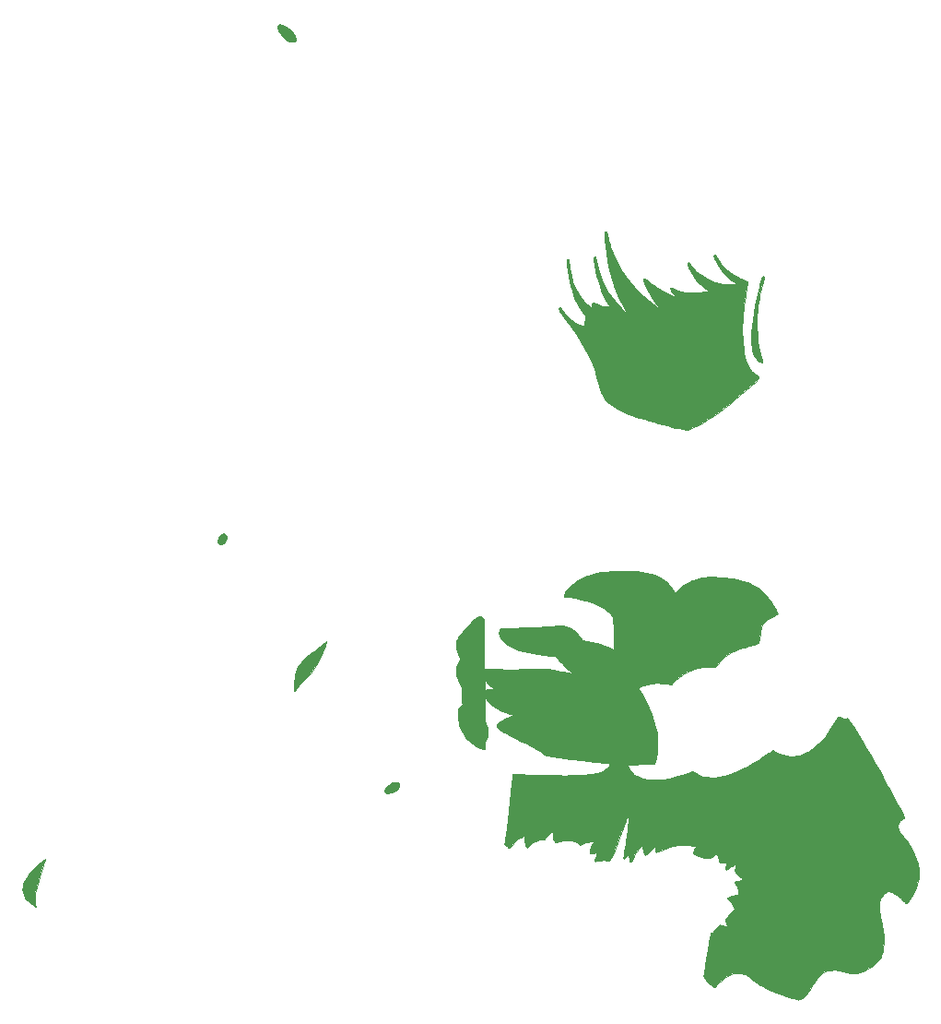
<source format=gbs>
%TF.GenerationSoftware,KiCad,Pcbnew,(5.1.9)-1*%
%TF.CreationDate,2021-01-02T02:40:32-05:00*%
%TF.ProjectId,Rin3,52696e33-2e6b-4696-9361-645f70636258,rev?*%
%TF.SameCoordinates,Original*%
%TF.FileFunction,Soldermask,Bot*%
%TF.FilePolarity,Negative*%
%FSLAX46Y46*%
G04 Gerber Fmt 4.6, Leading zero omitted, Abs format (unit mm)*
G04 Created by KiCad (PCBNEW (5.1.9)-1) date 2021-01-02 02:40:32*
%MOMM*%
%LPD*%
G01*
G04 APERTURE LIST*
%ADD10C,0.010000*%
G04 APERTURE END LIST*
D10*
%TO.C,G\u002A\u002A\u002A*%
G36*
X-21326575Y26603983D02*
G01*
X-21240283Y26579119D01*
X-21131869Y26530331D01*
X-20995942Y26456627D01*
X-20981625Y26448422D01*
X-20813017Y26349020D01*
X-20674014Y26260882D01*
X-20555785Y26177523D01*
X-20449502Y26092461D01*
X-20346333Y25999213D01*
X-20275794Y25930170D01*
X-20132824Y25771009D01*
X-20028503Y25617755D01*
X-19960431Y25465966D01*
X-19926208Y25311198D01*
X-19923046Y25277186D01*
X-19918708Y25198458D01*
X-19921936Y25147652D01*
X-19936181Y25110556D01*
X-19964894Y25072959D01*
X-19975576Y25060877D01*
X-20017200Y25019810D01*
X-20058971Y24997393D01*
X-20117365Y24986847D01*
X-20163395Y24983603D01*
X-20328336Y24995557D01*
X-20417635Y25018942D01*
X-20531279Y25066728D01*
X-20664093Y25140513D01*
X-20807082Y25234689D01*
X-20951253Y25343649D01*
X-20991297Y25376621D01*
X-21138058Y25517241D01*
X-21277772Y25683264D01*
X-21398799Y25859759D01*
X-21471544Y25992596D01*
X-21516690Y26092549D01*
X-21544442Y26172782D01*
X-21559447Y26249717D01*
X-21565675Y26325319D01*
X-21568671Y26405674D01*
X-21565252Y26457100D01*
X-21551839Y26492903D01*
X-21524857Y26526394D01*
X-21506643Y26544948D01*
X-21454364Y26585907D01*
X-21396138Y26605915D01*
X-21326575Y26603983D01*
G37*
X-21326575Y26603983D02*
X-21240283Y26579119D01*
X-21131869Y26530331D01*
X-20995942Y26456627D01*
X-20981625Y26448422D01*
X-20813017Y26349020D01*
X-20674014Y26260882D01*
X-20555785Y26177523D01*
X-20449502Y26092461D01*
X-20346333Y25999213D01*
X-20275794Y25930170D01*
X-20132824Y25771009D01*
X-20028503Y25617755D01*
X-19960431Y25465966D01*
X-19926208Y25311198D01*
X-19923046Y25277186D01*
X-19918708Y25198458D01*
X-19921936Y25147652D01*
X-19936181Y25110556D01*
X-19964894Y25072959D01*
X-19975576Y25060877D01*
X-20017200Y25019810D01*
X-20058971Y24997393D01*
X-20117365Y24986847D01*
X-20163395Y24983603D01*
X-20328336Y24995557D01*
X-20417635Y25018942D01*
X-20531279Y25066728D01*
X-20664093Y25140513D01*
X-20807082Y25234689D01*
X-20951253Y25343649D01*
X-20991297Y25376621D01*
X-21138058Y25517241D01*
X-21277772Y25683264D01*
X-21398799Y25859759D01*
X-21471544Y25992596D01*
X-21516690Y26092549D01*
X-21544442Y26172782D01*
X-21559447Y26249717D01*
X-21565675Y26325319D01*
X-21568671Y26405674D01*
X-21565252Y26457100D01*
X-21551839Y26492903D01*
X-21524857Y26526394D01*
X-21506643Y26544948D01*
X-21454364Y26585907D01*
X-21396138Y26605915D01*
X-21326575Y26603983D01*
G36*
X23063493Y3462698D02*
G01*
X23103135Y3427345D01*
X23114000Y3395258D01*
X23108609Y3365225D01*
X23093615Y3301431D01*
X23070788Y3210893D01*
X23041896Y3100628D01*
X23008724Y2977704D01*
X22936423Y2706443D01*
X22860259Y2408023D01*
X22783806Y2096960D01*
X22710637Y1787769D01*
X22650750Y1524000D01*
X22585585Y1183321D01*
X22532262Y802409D01*
X22490823Y381686D01*
X22461309Y-78424D01*
X22444139Y-560916D01*
X22444456Y-1212385D01*
X22475896Y-1840183D01*
X22538306Y-2443114D01*
X22631533Y-3019978D01*
X22755425Y-3569577D01*
X22884263Y-4012959D01*
X22924055Y-4139112D01*
X22950314Y-4231746D01*
X22963809Y-4297188D01*
X22965310Y-4341763D01*
X22955586Y-4371796D01*
X22935408Y-4393613D01*
X22930985Y-4396966D01*
X22901474Y-4415056D01*
X22871441Y-4420653D01*
X22831416Y-4411836D01*
X22771931Y-4386685D01*
X22695232Y-4349147D01*
X22540383Y-4252480D01*
X22404304Y-4125950D01*
X22286051Y-3967803D01*
X22184680Y-3776284D01*
X22099248Y-3549638D01*
X22028811Y-3286111D01*
X21977191Y-3014287D01*
X21963092Y-2896276D01*
X21952198Y-2743457D01*
X21944506Y-2563233D01*
X21940012Y-2363007D01*
X21938713Y-2150184D01*
X21940606Y-1932165D01*
X21945686Y-1716356D01*
X21953951Y-1510158D01*
X21965396Y-1320977D01*
X21978065Y-1174750D01*
X22052723Y-550976D01*
X22151332Y103074D01*
X22273133Y783300D01*
X22417372Y1485605D01*
X22583290Y2205888D01*
X22658114Y2508250D01*
X22715478Y2734257D01*
X22764072Y2922502D01*
X22804958Y3076401D01*
X22839194Y3199369D01*
X22867841Y3294822D01*
X22891959Y3366173D01*
X22912608Y3416839D01*
X22930848Y3450235D01*
X22947739Y3469775D01*
X22958735Y3476773D01*
X23009957Y3482011D01*
X23063493Y3462698D01*
G37*
X23063493Y3462698D02*
X23103135Y3427345D01*
X23114000Y3395258D01*
X23108609Y3365225D01*
X23093615Y3301431D01*
X23070788Y3210893D01*
X23041896Y3100628D01*
X23008724Y2977704D01*
X22936423Y2706443D01*
X22860259Y2408023D01*
X22783806Y2096960D01*
X22710637Y1787769D01*
X22650750Y1524000D01*
X22585585Y1183321D01*
X22532262Y802409D01*
X22490823Y381686D01*
X22461309Y-78424D01*
X22444139Y-560916D01*
X22444456Y-1212385D01*
X22475896Y-1840183D01*
X22538306Y-2443114D01*
X22631533Y-3019978D01*
X22755425Y-3569577D01*
X22884263Y-4012959D01*
X22924055Y-4139112D01*
X22950314Y-4231746D01*
X22963809Y-4297188D01*
X22965310Y-4341763D01*
X22955586Y-4371796D01*
X22935408Y-4393613D01*
X22930985Y-4396966D01*
X22901474Y-4415056D01*
X22871441Y-4420653D01*
X22831416Y-4411836D01*
X22771931Y-4386685D01*
X22695232Y-4349147D01*
X22540383Y-4252480D01*
X22404304Y-4125950D01*
X22286051Y-3967803D01*
X22184680Y-3776284D01*
X22099248Y-3549638D01*
X22028811Y-3286111D01*
X21977191Y-3014287D01*
X21963092Y-2896276D01*
X21952198Y-2743457D01*
X21944506Y-2563233D01*
X21940012Y-2363007D01*
X21938713Y-2150184D01*
X21940606Y-1932165D01*
X21945686Y-1716356D01*
X21953951Y-1510158D01*
X21965396Y-1320977D01*
X21978065Y-1174750D01*
X22052723Y-550976D01*
X22151332Y103074D01*
X22273133Y783300D01*
X22417372Y1485605D01*
X22583290Y2205888D01*
X22658114Y2508250D01*
X22715478Y2734257D01*
X22764072Y2922502D01*
X22804958Y3076401D01*
X22839194Y3199369D01*
X22867841Y3294822D01*
X22891959Y3366173D01*
X22912608Y3416839D01*
X22930848Y3450235D01*
X22947739Y3469775D01*
X22958735Y3476773D01*
X23009957Y3482011D01*
X23063493Y3462698D01*
G36*
X8634182Y7561259D02*
G01*
X8666568Y7500751D01*
X8691254Y7402781D01*
X8696272Y7373783D01*
X8728240Y7203545D01*
X8772654Y7005503D01*
X8826518Y6791270D01*
X8886835Y6572459D01*
X8950610Y6360684D01*
X8984961Y6254750D01*
X9206741Y5656325D01*
X9468535Y5069324D01*
X9769210Y4495218D01*
X10107633Y3935476D01*
X10482672Y3391570D01*
X10893193Y2864969D01*
X11338063Y2357145D01*
X11816151Y1869567D01*
X12326323Y1403705D01*
X12867446Y961031D01*
X13323414Y623480D01*
X13386624Y580590D01*
X13431635Y553672D01*
X13451975Y546411D01*
X13451251Y550707D01*
X13431953Y579110D01*
X13393144Y634124D01*
X13340236Y708140D01*
X13278640Y793552D01*
X13270828Y804334D01*
X13056047Y1110257D01*
X12852995Y1418475D01*
X12664501Y1723983D01*
X12493391Y2021776D01*
X12342494Y2306849D01*
X12214638Y2574198D01*
X12112649Y2818818D01*
X12076767Y2917757D01*
X12035521Y3045089D01*
X12011340Y3139625D01*
X12003444Y3206961D01*
X12011058Y3252692D01*
X12026900Y3276601D01*
X12064609Y3299703D01*
X12110879Y3297496D01*
X12170571Y3267858D01*
X12248547Y3208664D01*
X12313293Y3151549D01*
X12440343Y3041104D01*
X12592631Y2917971D01*
X12758817Y2790775D01*
X12927560Y2668136D01*
X13087520Y2558678D01*
X13125975Y2533633D01*
X13339206Y2402418D01*
X13581710Y2263438D01*
X13842610Y2122350D01*
X14111030Y1984809D01*
X14376092Y1856469D01*
X14626919Y1742987D01*
X14734088Y1697512D01*
X14937259Y1613382D01*
X14791708Y1806816D01*
X14720321Y1907051D01*
X14647876Y2017739D01*
X14585161Y2122024D01*
X14557880Y2172184D01*
X14516602Y2253748D01*
X14492710Y2307337D01*
X14484024Y2342517D01*
X14488364Y2368854D01*
X14503551Y2395913D01*
X14506040Y2399725D01*
X14543454Y2439137D01*
X14581601Y2455334D01*
X14615657Y2446548D01*
X14678296Y2422711D01*
X14760186Y2387599D01*
X14840404Y2350547D01*
X15177723Y2207287D01*
X15516633Y2099893D01*
X15865513Y2026382D01*
X16232745Y1984769D01*
X16425333Y1975321D01*
X16543453Y1972228D01*
X16644809Y1970942D01*
X16737270Y1971979D01*
X16828704Y1975854D01*
X16926981Y1983086D01*
X17039968Y1994189D01*
X17175535Y2009681D01*
X17341549Y2030078D01*
X17430750Y2041305D01*
X17587560Y2061213D01*
X17730826Y2079570D01*
X17855138Y2095671D01*
X17955086Y2108809D01*
X18025260Y2118277D01*
X18060250Y2123368D01*
X18062919Y2123888D01*
X18054094Y2135869D01*
X18015434Y2164023D01*
X17953875Y2203541D01*
X17908818Y2230715D01*
X17608039Y2431518D01*
X17319891Y2670193D01*
X17047383Y2943391D01*
X16793522Y3247759D01*
X16561315Y3579946D01*
X16353770Y3936600D01*
X16320607Y4000500D01*
X16251968Y4138933D01*
X16188820Y4273533D01*
X16133857Y4397916D01*
X16089776Y4505696D01*
X16059270Y4590490D01*
X16045037Y4645911D01*
X16044333Y4654981D01*
X16062358Y4699706D01*
X16105108Y4736382D01*
X16155593Y4753122D01*
X16179826Y4749790D01*
X16205880Y4728075D01*
X16250192Y4679199D01*
X16306480Y4610493D01*
X16366196Y4532352D01*
X16603506Y4245094D01*
X16876069Y3974853D01*
X17179343Y3724208D01*
X17508788Y3495734D01*
X17859862Y3292011D01*
X18228024Y3115614D01*
X18608732Y2969122D01*
X18997445Y2855111D01*
X19389622Y2776160D01*
X19484459Y2762623D01*
X19605575Y2748118D01*
X19717364Y2738288D01*
X19829535Y2732921D01*
X19951795Y2731804D01*
X20093854Y2734726D01*
X20265419Y2741475D01*
X20325286Y2744272D01*
X20612431Y2758043D01*
X20390182Y2913635D01*
X19994487Y3215579D01*
X19631316Y3544613D01*
X19300640Y3900766D01*
X19109742Y4138084D01*
X19019173Y4264089D01*
X18927811Y4403704D01*
X18838337Y4551577D01*
X18753431Y4702357D01*
X18675775Y4850693D01*
X18608050Y4991233D01*
X18552937Y5118626D01*
X18513117Y5227521D01*
X18491272Y5312567D01*
X18490081Y5368412D01*
X18491297Y5372459D01*
X18514179Y5412943D01*
X18554019Y5428011D01*
X18582276Y5429250D01*
X18613623Y5427528D01*
X18638684Y5418073D01*
X18662856Y5394455D01*
X18691536Y5350241D01*
X18730122Y5278999D01*
X18764844Y5211695D01*
X18930606Y4931405D01*
X19136933Y4656826D01*
X19382282Y4389312D01*
X19665112Y4130214D01*
X19983878Y3880886D01*
X20337038Y3642682D01*
X20723049Y3416954D01*
X20942738Y3301672D01*
X21070372Y3237718D01*
X21192494Y3177509D01*
X21301466Y3124734D01*
X21389650Y3083086D01*
X21449409Y3056255D01*
X21457708Y3052817D01*
X21520715Y3025822D01*
X21553836Y3002670D01*
X21566673Y2971956D01*
X21568833Y2922273D01*
X21568833Y2920841D01*
X21564960Y2859219D01*
X21553485Y2757454D01*
X21534624Y2617008D01*
X21508592Y2439344D01*
X21475606Y2225924D01*
X21435883Y1978211D01*
X21389637Y1697666D01*
X21377064Y1622469D01*
X21310020Y1205590D01*
X21254304Y819705D01*
X21209006Y455285D01*
X21173215Y102798D01*
X21146020Y-247286D01*
X21126509Y-604497D01*
X21113772Y-978366D01*
X21109655Y-1174750D01*
X21108167Y-1713793D01*
X21122945Y-2215647D01*
X21154209Y-2682300D01*
X21202181Y-3115736D01*
X21267082Y-3517944D01*
X21349134Y-3890910D01*
X21448560Y-4236620D01*
X21452399Y-4248380D01*
X21555386Y-4529881D01*
X21670398Y-4776854D01*
X21802774Y-4996571D01*
X21957855Y-5196307D01*
X22140980Y-5383333D01*
X22357488Y-5564925D01*
X22492265Y-5664785D01*
X22560048Y-5715336D01*
X22605101Y-5758356D01*
X22626124Y-5799412D01*
X22621818Y-5844065D01*
X22590882Y-5897880D01*
X22532018Y-5966422D01*
X22443925Y-6055253D01*
X22388500Y-6109029D01*
X21913810Y-6556982D01*
X21428012Y-6995594D01*
X20934117Y-7422665D01*
X20435137Y-7835998D01*
X19934085Y-8233395D01*
X19433970Y-8612658D01*
X18937807Y-8971589D01*
X18448605Y-9307989D01*
X17969378Y-9619660D01*
X17503136Y-9904405D01*
X17052893Y-10160025D01*
X16621658Y-10384323D01*
X16358916Y-10509558D01*
X16271133Y-10548670D01*
X16198272Y-10576363D01*
X16131527Y-10593182D01*
X16062092Y-10599674D01*
X15981162Y-10596382D01*
X15879931Y-10583854D01*
X15749595Y-10562634D01*
X15684500Y-10551339D01*
X15353384Y-10489216D01*
X14991502Y-10413619D01*
X14604690Y-10326178D01*
X14198784Y-10228522D01*
X13779620Y-10122282D01*
X13353035Y-10009088D01*
X12924865Y-9890569D01*
X12500946Y-9768354D01*
X12087114Y-9644075D01*
X11689206Y-9519360D01*
X11313057Y-9395840D01*
X10964505Y-9275145D01*
X10649385Y-9158904D01*
X10525254Y-9110552D01*
X10139283Y-8949130D01*
X9793073Y-8786278D01*
X9484055Y-8619990D01*
X9209660Y-8448260D01*
X8967321Y-8269083D01*
X8754467Y-8080452D01*
X8568532Y-7880361D01*
X8406945Y-7666805D01*
X8267139Y-7437777D01*
X8190223Y-7287029D01*
X8143805Y-7184546D01*
X8099708Y-7075848D01*
X8056367Y-6955869D01*
X8012214Y-6819539D01*
X7965685Y-6661791D01*
X7915211Y-6477556D01*
X7859229Y-6261766D01*
X7799267Y-6021916D01*
X7724283Y-5724653D01*
X7653780Y-5461456D01*
X7584970Y-5224684D01*
X7515063Y-5006698D01*
X7441271Y-4799859D01*
X7360805Y-4596528D01*
X7270876Y-4389064D01*
X7168697Y-4169830D01*
X7051478Y-3931184D01*
X6995697Y-3820583D01*
X6692232Y-3249116D01*
X6358443Y-2669135D01*
X6000284Y-2089781D01*
X5623711Y-1520196D01*
X5234678Y-969520D01*
X4839139Y-446894D01*
X4619899Y-173403D01*
X4523488Y-53323D01*
X4450201Y44429D01*
X4394301Y128497D01*
X4350051Y207523D01*
X4311715Y290150D01*
X4310814Y292264D01*
X4268863Y394256D01*
X4244542Y465709D01*
X4237169Y514249D01*
X4246064Y547507D01*
X4270544Y573108D01*
X4284830Y583100D01*
X4321710Y601027D01*
X4357235Y600707D01*
X4396833Y578371D01*
X4445932Y530247D01*
X4509961Y452566D01*
X4552525Y397174D01*
X4799515Y88964D01*
X5047340Y-185550D01*
X5294162Y-424677D01*
X5538147Y-626725D01*
X5777458Y-790004D01*
X5937250Y-878358D01*
X6067611Y-936729D01*
X6204165Y-986544D01*
X6336468Y-1024833D01*
X6454076Y-1048621D01*
X6546543Y-1054936D01*
X6555643Y-1054363D01*
X6635750Y-1047750D01*
X6706524Y-222250D01*
X6648829Y-158750D01*
X6478527Y47696D01*
X6307951Y291080D01*
X6140009Y566128D01*
X5977614Y867565D01*
X5823675Y1190116D01*
X5681104Y1528506D01*
X5601161Y1739896D01*
X5467877Y2140764D01*
X5345494Y2574411D01*
X5235803Y3032275D01*
X5140591Y3505794D01*
X5061648Y3986406D01*
X5000764Y4465549D01*
X4974501Y4738567D01*
X4965850Y4862433D01*
X4965162Y4950298D01*
X4973959Y5008001D01*
X4993767Y5041380D01*
X5026109Y5056276D01*
X5058066Y5058834D01*
X5125782Y5044512D01*
X5167435Y4999754D01*
X5185104Y4921874D01*
X5186037Y4893280D01*
X5189448Y4811131D01*
X5198671Y4696861D01*
X5212579Y4560108D01*
X5230046Y4410513D01*
X5249946Y4257715D01*
X5271152Y4111354D01*
X5292537Y3981068D01*
X5292845Y3979334D01*
X5394916Y3503594D01*
X5528045Y3047539D01*
X5691049Y2613542D01*
X5882743Y2203976D01*
X6101941Y1821215D01*
X6347461Y1467632D01*
X6618117Y1145601D01*
X6798434Y962440D01*
X6887471Y879900D01*
X6981424Y796966D01*
X7074684Y718119D01*
X7161647Y647838D01*
X7236704Y590601D01*
X7294250Y550888D01*
X7328678Y533178D01*
X7335178Y533623D01*
X7335748Y558667D01*
X7322119Y604125D01*
X7321530Y605607D01*
X7306723Y664858D01*
X7297637Y746098D01*
X7294288Y836853D01*
X7296691Y924649D01*
X7304864Y997012D01*
X7318821Y1041469D01*
X7320967Y1044435D01*
X7346667Y1066798D01*
X7380130Y1075542D01*
X7427166Y1069175D01*
X7493582Y1046202D01*
X7585189Y1005130D01*
X7705691Y945532D01*
X7895442Y855219D01*
X8062816Y789331D01*
X8217856Y745069D01*
X8370606Y719639D01*
X8531109Y710242D01*
X8551333Y710060D01*
X8665785Y712501D01*
X8764509Y720189D01*
X8836059Y732112D01*
X8851181Y736597D01*
X8928780Y764111D01*
X8806758Y927097D01*
X8629519Y1188866D01*
X8459273Y1490718D01*
X8296635Y1830884D01*
X8142221Y2207598D01*
X7996645Y2619092D01*
X7860523Y3063599D01*
X7734468Y3539351D01*
X7619096Y4044581D01*
X7515022Y4577520D01*
X7492673Y4704261D01*
X7464309Y4873043D01*
X7444732Y5004832D01*
X7434309Y5104124D01*
X7433406Y5175414D01*
X7442389Y5223197D01*
X7461624Y5251968D01*
X7491479Y5266221D01*
X7532319Y5270452D01*
X7538822Y5270500D01*
X7579444Y5264337D01*
X7608958Y5241099D01*
X7631489Y5193668D01*
X7651163Y5114923D01*
X7661804Y5058279D01*
X7685522Y4937779D01*
X7718825Y4787457D01*
X7759036Y4618006D01*
X7803473Y4440121D01*
X7849457Y4264497D01*
X7894309Y4101827D01*
X7935350Y3962808D01*
X7940091Y3947584D01*
X8119775Y3433237D01*
X8330860Y2933319D01*
X8571117Y2451437D01*
X8838317Y1991201D01*
X9130231Y1556220D01*
X9444631Y1150101D01*
X9779287Y776454D01*
X10076804Y488168D01*
X10175968Y399788D01*
X10272264Y316386D01*
X10361206Y241572D01*
X10438311Y178956D01*
X10499093Y132148D01*
X10539067Y104758D01*
X10553750Y100396D01*
X10551369Y106180D01*
X10531276Y137484D01*
X10494664Y193511D01*
X10448433Y263719D01*
X10434069Y285443D01*
X10230954Y611449D01*
X10029361Y972020D01*
X9833002Y1359445D01*
X9645590Y1766013D01*
X9470838Y2184010D01*
X9312460Y2605727D01*
X9300586Y2639460D01*
X9124008Y3186470D01*
X8965450Y3765560D01*
X8826157Y4369942D01*
X8707373Y4992826D01*
X8610341Y5627426D01*
X8536305Y6266953D01*
X8486510Y6904620D01*
X8474001Y7149672D01*
X8468695Y7294502D01*
X8467579Y7402693D01*
X8471427Y7479800D01*
X8481014Y7531381D01*
X8497117Y7562990D01*
X8520511Y7580184D01*
X8534752Y7584999D01*
X8591206Y7588082D01*
X8634182Y7561259D01*
G37*
X8634182Y7561259D02*
X8666568Y7500751D01*
X8691254Y7402781D01*
X8696272Y7373783D01*
X8728240Y7203545D01*
X8772654Y7005503D01*
X8826518Y6791270D01*
X8886835Y6572459D01*
X8950610Y6360684D01*
X8984961Y6254750D01*
X9206741Y5656325D01*
X9468535Y5069324D01*
X9769210Y4495218D01*
X10107633Y3935476D01*
X10482672Y3391570D01*
X10893193Y2864969D01*
X11338063Y2357145D01*
X11816151Y1869567D01*
X12326323Y1403705D01*
X12867446Y961031D01*
X13323414Y623480D01*
X13386624Y580590D01*
X13431635Y553672D01*
X13451975Y546411D01*
X13451251Y550707D01*
X13431953Y579110D01*
X13393144Y634124D01*
X13340236Y708140D01*
X13278640Y793552D01*
X13270828Y804334D01*
X13056047Y1110257D01*
X12852995Y1418475D01*
X12664501Y1723983D01*
X12493391Y2021776D01*
X12342494Y2306849D01*
X12214638Y2574198D01*
X12112649Y2818818D01*
X12076767Y2917757D01*
X12035521Y3045089D01*
X12011340Y3139625D01*
X12003444Y3206961D01*
X12011058Y3252692D01*
X12026900Y3276601D01*
X12064609Y3299703D01*
X12110879Y3297496D01*
X12170571Y3267858D01*
X12248547Y3208664D01*
X12313293Y3151549D01*
X12440343Y3041104D01*
X12592631Y2917971D01*
X12758817Y2790775D01*
X12927560Y2668136D01*
X13087520Y2558678D01*
X13125975Y2533633D01*
X13339206Y2402418D01*
X13581710Y2263438D01*
X13842610Y2122350D01*
X14111030Y1984809D01*
X14376092Y1856469D01*
X14626919Y1742987D01*
X14734088Y1697512D01*
X14937259Y1613382D01*
X14791708Y1806816D01*
X14720321Y1907051D01*
X14647876Y2017739D01*
X14585161Y2122024D01*
X14557880Y2172184D01*
X14516602Y2253748D01*
X14492710Y2307337D01*
X14484024Y2342517D01*
X14488364Y2368854D01*
X14503551Y2395913D01*
X14506040Y2399725D01*
X14543454Y2439137D01*
X14581601Y2455334D01*
X14615657Y2446548D01*
X14678296Y2422711D01*
X14760186Y2387599D01*
X14840404Y2350547D01*
X15177723Y2207287D01*
X15516633Y2099893D01*
X15865513Y2026382D01*
X16232745Y1984769D01*
X16425333Y1975321D01*
X16543453Y1972228D01*
X16644809Y1970942D01*
X16737270Y1971979D01*
X16828704Y1975854D01*
X16926981Y1983086D01*
X17039968Y1994189D01*
X17175535Y2009681D01*
X17341549Y2030078D01*
X17430750Y2041305D01*
X17587560Y2061213D01*
X17730826Y2079570D01*
X17855138Y2095671D01*
X17955086Y2108809D01*
X18025260Y2118277D01*
X18060250Y2123368D01*
X18062919Y2123888D01*
X18054094Y2135869D01*
X18015434Y2164023D01*
X17953875Y2203541D01*
X17908818Y2230715D01*
X17608039Y2431518D01*
X17319891Y2670193D01*
X17047383Y2943391D01*
X16793522Y3247759D01*
X16561315Y3579946D01*
X16353770Y3936600D01*
X16320607Y4000500D01*
X16251968Y4138933D01*
X16188820Y4273533D01*
X16133857Y4397916D01*
X16089776Y4505696D01*
X16059270Y4590490D01*
X16045037Y4645911D01*
X16044333Y4654981D01*
X16062358Y4699706D01*
X16105108Y4736382D01*
X16155593Y4753122D01*
X16179826Y4749790D01*
X16205880Y4728075D01*
X16250192Y4679199D01*
X16306480Y4610493D01*
X16366196Y4532352D01*
X16603506Y4245094D01*
X16876069Y3974853D01*
X17179343Y3724208D01*
X17508788Y3495734D01*
X17859862Y3292011D01*
X18228024Y3115614D01*
X18608732Y2969122D01*
X18997445Y2855111D01*
X19389622Y2776160D01*
X19484459Y2762623D01*
X19605575Y2748118D01*
X19717364Y2738288D01*
X19829535Y2732921D01*
X19951795Y2731804D01*
X20093854Y2734726D01*
X20265419Y2741475D01*
X20325286Y2744272D01*
X20612431Y2758043D01*
X20390182Y2913635D01*
X19994487Y3215579D01*
X19631316Y3544613D01*
X19300640Y3900766D01*
X19109742Y4138084D01*
X19019173Y4264089D01*
X18927811Y4403704D01*
X18838337Y4551577D01*
X18753431Y4702357D01*
X18675775Y4850693D01*
X18608050Y4991233D01*
X18552937Y5118626D01*
X18513117Y5227521D01*
X18491272Y5312567D01*
X18490081Y5368412D01*
X18491297Y5372459D01*
X18514179Y5412943D01*
X18554019Y5428011D01*
X18582276Y5429250D01*
X18613623Y5427528D01*
X18638684Y5418073D01*
X18662856Y5394455D01*
X18691536Y5350241D01*
X18730122Y5278999D01*
X18764844Y5211695D01*
X18930606Y4931405D01*
X19136933Y4656826D01*
X19382282Y4389312D01*
X19665112Y4130214D01*
X19983878Y3880886D01*
X20337038Y3642682D01*
X20723049Y3416954D01*
X20942738Y3301672D01*
X21070372Y3237718D01*
X21192494Y3177509D01*
X21301466Y3124734D01*
X21389650Y3083086D01*
X21449409Y3056255D01*
X21457708Y3052817D01*
X21520715Y3025822D01*
X21553836Y3002670D01*
X21566673Y2971956D01*
X21568833Y2922273D01*
X21568833Y2920841D01*
X21564960Y2859219D01*
X21553485Y2757454D01*
X21534624Y2617008D01*
X21508592Y2439344D01*
X21475606Y2225924D01*
X21435883Y1978211D01*
X21389637Y1697666D01*
X21377064Y1622469D01*
X21310020Y1205590D01*
X21254304Y819705D01*
X21209006Y455285D01*
X21173215Y102798D01*
X21146020Y-247286D01*
X21126509Y-604497D01*
X21113772Y-978366D01*
X21109655Y-1174750D01*
X21108167Y-1713793D01*
X21122945Y-2215647D01*
X21154209Y-2682300D01*
X21202181Y-3115736D01*
X21267082Y-3517944D01*
X21349134Y-3890910D01*
X21448560Y-4236620D01*
X21452399Y-4248380D01*
X21555386Y-4529881D01*
X21670398Y-4776854D01*
X21802774Y-4996571D01*
X21957855Y-5196307D01*
X22140980Y-5383333D01*
X22357488Y-5564925D01*
X22492265Y-5664785D01*
X22560048Y-5715336D01*
X22605101Y-5758356D01*
X22626124Y-5799412D01*
X22621818Y-5844065D01*
X22590882Y-5897880D01*
X22532018Y-5966422D01*
X22443925Y-6055253D01*
X22388500Y-6109029D01*
X21913810Y-6556982D01*
X21428012Y-6995594D01*
X20934117Y-7422665D01*
X20435137Y-7835998D01*
X19934085Y-8233395D01*
X19433970Y-8612658D01*
X18937807Y-8971589D01*
X18448605Y-9307989D01*
X17969378Y-9619660D01*
X17503136Y-9904405D01*
X17052893Y-10160025D01*
X16621658Y-10384323D01*
X16358916Y-10509558D01*
X16271133Y-10548670D01*
X16198272Y-10576363D01*
X16131527Y-10593182D01*
X16062092Y-10599674D01*
X15981162Y-10596382D01*
X15879931Y-10583854D01*
X15749595Y-10562634D01*
X15684500Y-10551339D01*
X15353384Y-10489216D01*
X14991502Y-10413619D01*
X14604690Y-10326178D01*
X14198784Y-10228522D01*
X13779620Y-10122282D01*
X13353035Y-10009088D01*
X12924865Y-9890569D01*
X12500946Y-9768354D01*
X12087114Y-9644075D01*
X11689206Y-9519360D01*
X11313057Y-9395840D01*
X10964505Y-9275145D01*
X10649385Y-9158904D01*
X10525254Y-9110552D01*
X10139283Y-8949130D01*
X9793073Y-8786278D01*
X9484055Y-8619990D01*
X9209660Y-8448260D01*
X8967321Y-8269083D01*
X8754467Y-8080452D01*
X8568532Y-7880361D01*
X8406945Y-7666805D01*
X8267139Y-7437777D01*
X8190223Y-7287029D01*
X8143805Y-7184546D01*
X8099708Y-7075848D01*
X8056367Y-6955869D01*
X8012214Y-6819539D01*
X7965685Y-6661791D01*
X7915211Y-6477556D01*
X7859229Y-6261766D01*
X7799267Y-6021916D01*
X7724283Y-5724653D01*
X7653780Y-5461456D01*
X7584970Y-5224684D01*
X7515063Y-5006698D01*
X7441271Y-4799859D01*
X7360805Y-4596528D01*
X7270876Y-4389064D01*
X7168697Y-4169830D01*
X7051478Y-3931184D01*
X6995697Y-3820583D01*
X6692232Y-3249116D01*
X6358443Y-2669135D01*
X6000284Y-2089781D01*
X5623711Y-1520196D01*
X5234678Y-969520D01*
X4839139Y-446894D01*
X4619899Y-173403D01*
X4523488Y-53323D01*
X4450201Y44429D01*
X4394301Y128497D01*
X4350051Y207523D01*
X4311715Y290150D01*
X4310814Y292264D01*
X4268863Y394256D01*
X4244542Y465709D01*
X4237169Y514249D01*
X4246064Y547507D01*
X4270544Y573108D01*
X4284830Y583100D01*
X4321710Y601027D01*
X4357235Y600707D01*
X4396833Y578371D01*
X4445932Y530247D01*
X4509961Y452566D01*
X4552525Y397174D01*
X4799515Y88964D01*
X5047340Y-185550D01*
X5294162Y-424677D01*
X5538147Y-626725D01*
X5777458Y-790004D01*
X5937250Y-878358D01*
X6067611Y-936729D01*
X6204165Y-986544D01*
X6336468Y-1024833D01*
X6454076Y-1048621D01*
X6546543Y-1054936D01*
X6555643Y-1054363D01*
X6635750Y-1047750D01*
X6706524Y-222250D01*
X6648829Y-158750D01*
X6478527Y47696D01*
X6307951Y291080D01*
X6140009Y566128D01*
X5977614Y867565D01*
X5823675Y1190116D01*
X5681104Y1528506D01*
X5601161Y1739896D01*
X5467877Y2140764D01*
X5345494Y2574411D01*
X5235803Y3032275D01*
X5140591Y3505794D01*
X5061648Y3986406D01*
X5000764Y4465549D01*
X4974501Y4738567D01*
X4965850Y4862433D01*
X4965162Y4950298D01*
X4973959Y5008001D01*
X4993767Y5041380D01*
X5026109Y5056276D01*
X5058066Y5058834D01*
X5125782Y5044512D01*
X5167435Y4999754D01*
X5185104Y4921874D01*
X5186037Y4893280D01*
X5189448Y4811131D01*
X5198671Y4696861D01*
X5212579Y4560108D01*
X5230046Y4410513D01*
X5249946Y4257715D01*
X5271152Y4111354D01*
X5292537Y3981068D01*
X5292845Y3979334D01*
X5394916Y3503594D01*
X5528045Y3047539D01*
X5691049Y2613542D01*
X5882743Y2203976D01*
X6101941Y1821215D01*
X6347461Y1467632D01*
X6618117Y1145601D01*
X6798434Y962440D01*
X6887471Y879900D01*
X6981424Y796966D01*
X7074684Y718119D01*
X7161647Y647838D01*
X7236704Y590601D01*
X7294250Y550888D01*
X7328678Y533178D01*
X7335178Y533623D01*
X7335748Y558667D01*
X7322119Y604125D01*
X7321530Y605607D01*
X7306723Y664858D01*
X7297637Y746098D01*
X7294288Y836853D01*
X7296691Y924649D01*
X7304864Y997012D01*
X7318821Y1041469D01*
X7320967Y1044435D01*
X7346667Y1066798D01*
X7380130Y1075542D01*
X7427166Y1069175D01*
X7493582Y1046202D01*
X7585189Y1005130D01*
X7705691Y945532D01*
X7895442Y855219D01*
X8062816Y789331D01*
X8217856Y745069D01*
X8370606Y719639D01*
X8531109Y710242D01*
X8551333Y710060D01*
X8665785Y712501D01*
X8764509Y720189D01*
X8836059Y732112D01*
X8851181Y736597D01*
X8928780Y764111D01*
X8806758Y927097D01*
X8629519Y1188866D01*
X8459273Y1490718D01*
X8296635Y1830884D01*
X8142221Y2207598D01*
X7996645Y2619092D01*
X7860523Y3063599D01*
X7734468Y3539351D01*
X7619096Y4044581D01*
X7515022Y4577520D01*
X7492673Y4704261D01*
X7464309Y4873043D01*
X7444732Y5004832D01*
X7434309Y5104124D01*
X7433406Y5175414D01*
X7442389Y5223197D01*
X7461624Y5251968D01*
X7491479Y5266221D01*
X7532319Y5270452D01*
X7538822Y5270500D01*
X7579444Y5264337D01*
X7608958Y5241099D01*
X7631489Y5193668D01*
X7651163Y5114923D01*
X7661804Y5058279D01*
X7685522Y4937779D01*
X7718825Y4787457D01*
X7759036Y4618006D01*
X7803473Y4440121D01*
X7849457Y4264497D01*
X7894309Y4101827D01*
X7935350Y3962808D01*
X7940091Y3947584D01*
X8119775Y3433237D01*
X8330860Y2933319D01*
X8571117Y2451437D01*
X8838317Y1991201D01*
X9130231Y1556220D01*
X9444631Y1150101D01*
X9779287Y776454D01*
X10076804Y488168D01*
X10175968Y399788D01*
X10272264Y316386D01*
X10361206Y241572D01*
X10438311Y178956D01*
X10499093Y132148D01*
X10539067Y104758D01*
X10553750Y100396D01*
X10551369Y106180D01*
X10531276Y137484D01*
X10494664Y193511D01*
X10448433Y263719D01*
X10434069Y285443D01*
X10230954Y611449D01*
X10029361Y972020D01*
X9833002Y1359445D01*
X9645590Y1766013D01*
X9470838Y2184010D01*
X9312460Y2605727D01*
X9300586Y2639460D01*
X9124008Y3186470D01*
X8965450Y3765560D01*
X8826157Y4369942D01*
X8707373Y4992826D01*
X8610341Y5627426D01*
X8536305Y6266953D01*
X8486510Y6904620D01*
X8474001Y7149672D01*
X8468695Y7294502D01*
X8467579Y7402693D01*
X8471427Y7479800D01*
X8481014Y7531381D01*
X8497117Y7562990D01*
X8520511Y7580184D01*
X8534752Y7584999D01*
X8591206Y7588082D01*
X8634182Y7561259D01*
G36*
X-26494883Y-20143124D02*
G01*
X-26396140Y-20190700D01*
X-26307605Y-20277082D01*
X-26300891Y-20285893D01*
X-26275014Y-20332096D01*
X-26261651Y-20391121D01*
X-26257794Y-20476913D01*
X-26257807Y-20485669D01*
X-26261691Y-20572408D01*
X-26276164Y-20642005D01*
X-26306664Y-20715078D01*
X-26330348Y-20760709D01*
X-26413263Y-20885107D01*
X-26516094Y-20993539D01*
X-26627494Y-21074583D01*
X-26657845Y-21090418D01*
X-26738583Y-21114179D01*
X-26834539Y-21122267D01*
X-26924087Y-21113734D01*
X-26958118Y-21103588D01*
X-27001878Y-21074723D01*
X-27047561Y-21029105D01*
X-27050431Y-21025555D01*
X-27084372Y-20950984D01*
X-27092191Y-20853241D01*
X-27076908Y-20739860D01*
X-27041545Y-20618371D01*
X-26989124Y-20496307D01*
X-26922665Y-20381200D01*
X-26845191Y-20280583D01*
X-26759722Y-20201987D01*
X-26706846Y-20169033D01*
X-26599797Y-20135514D01*
X-26494883Y-20143124D01*
G37*
X-26494883Y-20143124D02*
X-26396140Y-20190700D01*
X-26307605Y-20277082D01*
X-26300891Y-20285893D01*
X-26275014Y-20332096D01*
X-26261651Y-20391121D01*
X-26257794Y-20476913D01*
X-26257807Y-20485669D01*
X-26261691Y-20572408D01*
X-26276164Y-20642005D01*
X-26306664Y-20715078D01*
X-26330348Y-20760709D01*
X-26413263Y-20885107D01*
X-26516094Y-20993539D01*
X-26627494Y-21074583D01*
X-26657845Y-21090418D01*
X-26738583Y-21114179D01*
X-26834539Y-21122267D01*
X-26924087Y-21113734D01*
X-26958118Y-21103588D01*
X-27001878Y-21074723D01*
X-27047561Y-21029105D01*
X-27050431Y-21025555D01*
X-27084372Y-20950984D01*
X-27092191Y-20853241D01*
X-27076908Y-20739860D01*
X-27041545Y-20618371D01*
X-26989124Y-20496307D01*
X-26922665Y-20381200D01*
X-26845191Y-20280583D01*
X-26759722Y-20201987D01*
X-26706846Y-20169033D01*
X-26599797Y-20135514D01*
X-26494883Y-20143124D01*
G36*
X-17087810Y-30027680D02*
G01*
X-17103925Y-30087356D01*
X-17133083Y-30176545D01*
X-17173457Y-30290556D01*
X-17223219Y-30424693D01*
X-17280541Y-30574265D01*
X-17343598Y-30734576D01*
X-17410560Y-30900935D01*
X-17479601Y-31068647D01*
X-17548893Y-31233019D01*
X-17616609Y-31389358D01*
X-17680922Y-31532970D01*
X-17691703Y-31556469D01*
X-17851216Y-31888778D01*
X-18008879Y-32186472D01*
X-18169774Y-32456701D01*
X-18338983Y-32706611D01*
X-18521587Y-32943351D01*
X-18722669Y-33174069D01*
X-18947310Y-33405912D01*
X-19132757Y-33583389D01*
X-19323326Y-33764725D01*
X-19485086Y-33927536D01*
X-19623642Y-34077951D01*
X-19744598Y-34222100D01*
X-19853560Y-34366110D01*
X-19870957Y-34390541D01*
X-19927500Y-34468518D01*
X-19976179Y-34531760D01*
X-20011432Y-34573288D01*
X-20027021Y-34586333D01*
X-20032306Y-34566197D01*
X-20036968Y-34509906D01*
X-20040760Y-34423640D01*
X-20043434Y-34313575D01*
X-20044743Y-34185890D01*
X-20044833Y-34140999D01*
X-20037288Y-33771836D01*
X-20014158Y-33439310D01*
X-19974702Y-33140410D01*
X-19918180Y-32872129D01*
X-19843852Y-32631456D01*
X-19750977Y-32415383D01*
X-19638814Y-32220900D01*
X-19538474Y-32083514D01*
X-19426827Y-31954540D01*
X-19285063Y-31806697D01*
X-19118233Y-31644679D01*
X-18931389Y-31473182D01*
X-18729583Y-31296901D01*
X-18517864Y-31120532D01*
X-18404907Y-31029850D01*
X-18253424Y-30909766D01*
X-18081936Y-30773712D01*
X-17902850Y-30631538D01*
X-17728570Y-30493092D01*
X-17571502Y-30368225D01*
X-17531153Y-30336126D01*
X-17414775Y-30244253D01*
X-17309368Y-30162427D01*
X-17219382Y-30093991D01*
X-17149266Y-30042285D01*
X-17103470Y-30010652D01*
X-17086565Y-30002213D01*
X-17087810Y-30027680D01*
G37*
X-17087810Y-30027680D02*
X-17103925Y-30087356D01*
X-17133083Y-30176545D01*
X-17173457Y-30290556D01*
X-17223219Y-30424693D01*
X-17280541Y-30574265D01*
X-17343598Y-30734576D01*
X-17410560Y-30900935D01*
X-17479601Y-31068647D01*
X-17548893Y-31233019D01*
X-17616609Y-31389358D01*
X-17680922Y-31532970D01*
X-17691703Y-31556469D01*
X-17851216Y-31888778D01*
X-18008879Y-32186472D01*
X-18169774Y-32456701D01*
X-18338983Y-32706611D01*
X-18521587Y-32943351D01*
X-18722669Y-33174069D01*
X-18947310Y-33405912D01*
X-19132757Y-33583389D01*
X-19323326Y-33764725D01*
X-19485086Y-33927536D01*
X-19623642Y-34077951D01*
X-19744598Y-34222100D01*
X-19853560Y-34366110D01*
X-19870957Y-34390541D01*
X-19927500Y-34468518D01*
X-19976179Y-34531760D01*
X-20011432Y-34573288D01*
X-20027021Y-34586333D01*
X-20032306Y-34566197D01*
X-20036968Y-34509906D01*
X-20040760Y-34423640D01*
X-20043434Y-34313575D01*
X-20044743Y-34185890D01*
X-20044833Y-34140999D01*
X-20037288Y-33771836D01*
X-20014158Y-33439310D01*
X-19974702Y-33140410D01*
X-19918180Y-32872129D01*
X-19843852Y-32631456D01*
X-19750977Y-32415383D01*
X-19638814Y-32220900D01*
X-19538474Y-32083514D01*
X-19426827Y-31954540D01*
X-19285063Y-31806697D01*
X-19118233Y-31644679D01*
X-18931389Y-31473182D01*
X-18729583Y-31296901D01*
X-18517864Y-31120532D01*
X-18404907Y-31029850D01*
X-18253424Y-30909766D01*
X-18081936Y-30773712D01*
X-17902850Y-30631538D01*
X-17728570Y-30493092D01*
X-17571502Y-30368225D01*
X-17531153Y-30336126D01*
X-17414775Y-30244253D01*
X-17309368Y-30162427D01*
X-17219382Y-30093991D01*
X-17149266Y-30042285D01*
X-17103470Y-30010652D01*
X-17086565Y-30002213D01*
X-17087810Y-30027680D01*
G36*
X-10640651Y-42958931D02*
G01*
X-10539752Y-42996177D01*
X-10459604Y-43061835D01*
X-10451847Y-43070781D01*
X-10398649Y-43150251D01*
X-10380170Y-43227569D01*
X-10395461Y-43313787D01*
X-10424935Y-43383695D01*
X-10498333Y-43492375D01*
X-10608931Y-43599024D01*
X-10751621Y-43700125D01*
X-10921295Y-43792163D01*
X-11112846Y-43871624D01*
X-11155353Y-43886378D01*
X-11262672Y-43916748D01*
X-11375656Y-43939324D01*
X-11482740Y-43952648D01*
X-11572357Y-43955261D01*
X-11631083Y-43946386D01*
X-11718688Y-43897936D01*
X-11771776Y-43829182D01*
X-11790861Y-43743594D01*
X-11776455Y-43644639D01*
X-11729072Y-43535787D01*
X-11649224Y-43420504D01*
X-11537425Y-43302260D01*
X-11535586Y-43300555D01*
X-11379005Y-43174094D01*
X-11211458Y-43072012D01*
X-11040976Y-42998017D01*
X-10875590Y-42955813D01*
X-10769840Y-42947166D01*
X-10640651Y-42958931D01*
G37*
X-10640651Y-42958931D02*
X-10539752Y-42996177D01*
X-10459604Y-43061835D01*
X-10451847Y-43070781D01*
X-10398649Y-43150251D01*
X-10380170Y-43227569D01*
X-10395461Y-43313787D01*
X-10424935Y-43383695D01*
X-10498333Y-43492375D01*
X-10608931Y-43599024D01*
X-10751621Y-43700125D01*
X-10921295Y-43792163D01*
X-11112846Y-43871624D01*
X-11155353Y-43886378D01*
X-11262672Y-43916748D01*
X-11375656Y-43939324D01*
X-11482740Y-43952648D01*
X-11572357Y-43955261D01*
X-11631083Y-43946386D01*
X-11718688Y-43897936D01*
X-11771776Y-43829182D01*
X-11790861Y-43743594D01*
X-11776455Y-43644639D01*
X-11729072Y-43535787D01*
X-11649224Y-43420504D01*
X-11537425Y-43302260D01*
X-11535586Y-43300555D01*
X-11379005Y-43174094D01*
X-11211458Y-43072012D01*
X-11040976Y-42998017D01*
X-10875590Y-42955813D01*
X-10769840Y-42947166D01*
X-10640651Y-42958931D01*
G36*
X-42895721Y-50023700D02*
G01*
X-42913051Y-50077662D01*
X-42941346Y-50156019D01*
X-42978020Y-50251400D01*
X-42991014Y-50284087D01*
X-43207592Y-50848357D01*
X-43394445Y-51385588D01*
X-43551288Y-51894936D01*
X-43648698Y-52256704D01*
X-43721477Y-52568730D01*
X-43781027Y-52871542D01*
X-43826905Y-53160707D01*
X-43858665Y-53431791D01*
X-43875862Y-53680361D01*
X-43878053Y-53901985D01*
X-43864791Y-54092230D01*
X-43844714Y-54210438D01*
X-43829374Y-54284274D01*
X-43820456Y-54340323D01*
X-43819689Y-54367483D01*
X-43820135Y-54368190D01*
X-43840673Y-54361495D01*
X-43888909Y-54336161D01*
X-43956982Y-54296519D01*
X-44014986Y-54260844D01*
X-44274192Y-54082499D01*
X-44492695Y-53897911D01*
X-44671887Y-53705350D01*
X-44813156Y-53503082D01*
X-44917895Y-53289375D01*
X-44987492Y-53062498D01*
X-44991480Y-53044216D01*
X-45018292Y-52816852D01*
X-45005264Y-52579264D01*
X-44953246Y-52332905D01*
X-44863089Y-52079228D01*
X-44735643Y-51819686D01*
X-44571760Y-51555731D01*
X-44372290Y-51288818D01*
X-44138084Y-51020397D01*
X-43869992Y-50751924D01*
X-43568865Y-50484850D01*
X-43423417Y-50365996D01*
X-43339223Y-50300709D01*
X-43247310Y-50232471D01*
X-43154121Y-50165700D01*
X-43066097Y-50104815D01*
X-42989680Y-50054232D01*
X-42931313Y-50018371D01*
X-42897437Y-50001649D01*
X-42891939Y-50001505D01*
X-42895721Y-50023700D01*
G37*
X-42895721Y-50023700D02*
X-42913051Y-50077662D01*
X-42941346Y-50156019D01*
X-42978020Y-50251400D01*
X-42991014Y-50284087D01*
X-43207592Y-50848357D01*
X-43394445Y-51385588D01*
X-43551288Y-51894936D01*
X-43648698Y-52256704D01*
X-43721477Y-52568730D01*
X-43781027Y-52871542D01*
X-43826905Y-53160707D01*
X-43858665Y-53431791D01*
X-43875862Y-53680361D01*
X-43878053Y-53901985D01*
X-43864791Y-54092230D01*
X-43844714Y-54210438D01*
X-43829374Y-54284274D01*
X-43820456Y-54340323D01*
X-43819689Y-54367483D01*
X-43820135Y-54368190D01*
X-43840673Y-54361495D01*
X-43888909Y-54336161D01*
X-43956982Y-54296519D01*
X-44014986Y-54260844D01*
X-44274192Y-54082499D01*
X-44492695Y-53897911D01*
X-44671887Y-53705350D01*
X-44813156Y-53503082D01*
X-44917895Y-53289375D01*
X-44987492Y-53062498D01*
X-44991480Y-53044216D01*
X-45018292Y-52816852D01*
X-45005264Y-52579264D01*
X-44953246Y-52332905D01*
X-44863089Y-52079228D01*
X-44735643Y-51819686D01*
X-44571760Y-51555731D01*
X-44372290Y-51288818D01*
X-44138084Y-51020397D01*
X-43869992Y-50751924D01*
X-43568865Y-50484850D01*
X-43423417Y-50365996D01*
X-43339223Y-50300709D01*
X-43247310Y-50232471D01*
X-43154121Y-50165700D01*
X-43066097Y-50104815D01*
X-42989680Y-50054232D01*
X-42931313Y-50018371D01*
X-42897437Y-50001649D01*
X-42891939Y-50001505D01*
X-42895721Y-50023700D01*
G36*
X10531172Y-23552215D02*
G01*
X11001138Y-23571867D01*
X11450722Y-23607255D01*
X11853333Y-23655981D01*
X12274018Y-23729969D01*
X12668991Y-23825664D01*
X13036745Y-23942154D01*
X13375772Y-24078526D01*
X13684568Y-24233866D01*
X13961623Y-24407262D01*
X14205433Y-24597799D01*
X14414490Y-24804564D01*
X14587288Y-25026645D01*
X14722320Y-25263128D01*
X14794190Y-25438550D01*
X14851458Y-25603937D01*
X15023294Y-25440865D01*
X15372781Y-25135342D01*
X15736741Y-24868044D01*
X16113985Y-24639611D01*
X16503323Y-24450682D01*
X16903568Y-24301897D01*
X17313529Y-24193897D01*
X17356667Y-24185034D01*
X17550675Y-24151665D01*
X17761240Y-24124854D01*
X17975644Y-24105623D01*
X18181165Y-24094993D01*
X18365083Y-24093985D01*
X18446750Y-24097523D01*
X18650543Y-24112150D01*
X18879556Y-24130950D01*
X19123769Y-24152927D01*
X19373165Y-24177088D01*
X19617722Y-24202436D01*
X19847423Y-24227976D01*
X20052248Y-24252713D01*
X20181081Y-24269800D01*
X20665444Y-24353430D01*
X21119120Y-24465448D01*
X21543711Y-24606862D01*
X21940817Y-24778680D01*
X22312037Y-24981910D01*
X22658972Y-25217558D01*
X22983223Y-25486632D01*
X23286389Y-25790141D01*
X23570072Y-26129092D01*
X23835870Y-26504491D01*
X23907047Y-26615858D01*
X23979363Y-26735468D01*
X24052903Y-26864145D01*
X24124478Y-26995566D01*
X24190901Y-27123405D01*
X24248984Y-27241338D01*
X24295537Y-27343040D01*
X24327374Y-27422188D01*
X24341306Y-27472456D01*
X24341667Y-27478034D01*
X24338681Y-27504662D01*
X24325544Y-27528127D01*
X24295988Y-27553191D01*
X24243744Y-27584617D01*
X24162543Y-27627168D01*
X24111448Y-27652938D01*
X23994107Y-27710053D01*
X23863723Y-27770773D01*
X23739461Y-27826286D01*
X23672239Y-27854910D01*
X23486075Y-27940751D01*
X23338787Y-28028582D01*
X23226920Y-28120629D01*
X23181686Y-28170791D01*
X23076504Y-28326823D01*
X22978489Y-28523986D01*
X22887842Y-28761652D01*
X22804766Y-29039195D01*
X22729465Y-29355988D01*
X22662140Y-29711404D01*
X22640813Y-29842788D01*
X22620055Y-29965645D01*
X22599529Y-30068492D01*
X22580742Y-30144701D01*
X22565199Y-30187645D01*
X22561166Y-30193270D01*
X22528688Y-30209701D01*
X22465496Y-30231409D01*
X22382299Y-30254936D01*
X22330833Y-30267647D01*
X22182904Y-30305660D01*
X22013045Y-30354741D01*
X21835516Y-30410353D01*
X21664576Y-30467957D01*
X21514486Y-30523014D01*
X21459006Y-30545146D01*
X21355602Y-30582901D01*
X21239073Y-30618220D01*
X21145854Y-30640971D01*
X20888298Y-30706076D01*
X20616635Y-30797915D01*
X20344334Y-30911100D01*
X20084866Y-31040247D01*
X19942953Y-31121932D01*
X19696655Y-31282962D01*
X19471667Y-31454214D01*
X19261411Y-31641984D01*
X19059309Y-31852567D01*
X18858783Y-32092259D01*
X18678690Y-32331863D01*
X18635464Y-32391856D01*
X18297690Y-32367240D01*
X17880273Y-32355341D01*
X17476933Y-32382186D01*
X17083987Y-32448524D01*
X16697754Y-32555103D01*
X16314550Y-32702671D01*
X16065500Y-32820848D01*
X15696345Y-33031259D01*
X15346290Y-33277229D01*
X15012870Y-33560602D01*
X14809337Y-33760100D01*
X14721082Y-33850468D01*
X14656370Y-33914033D01*
X14609869Y-33954946D01*
X14576247Y-33977361D01*
X14550171Y-33985430D01*
X14526309Y-33983306D01*
X14523587Y-33982627D01*
X14131380Y-33901651D01*
X13728968Y-33860254D01*
X13314942Y-33858404D01*
X12887893Y-33896070D01*
X12612495Y-33939896D01*
X12492988Y-33963646D01*
X12366282Y-33991549D01*
X12239489Y-34021734D01*
X12119722Y-34052327D01*
X12014093Y-34081454D01*
X11929715Y-34107244D01*
X11873700Y-34127822D01*
X11853780Y-34139695D01*
X11830040Y-34153844D01*
X11776162Y-34177480D01*
X11702059Y-34206374D01*
X11669753Y-34218178D01*
X11496757Y-34280227D01*
X11645325Y-34502072D01*
X11980703Y-35035439D01*
X12282594Y-35583053D01*
X12549664Y-36141573D01*
X12780580Y-36707662D01*
X12974005Y-37277979D01*
X13128607Y-37849184D01*
X13243052Y-38417937D01*
X13264599Y-38555083D01*
X13277363Y-38668031D01*
X13287743Y-38813662D01*
X13295692Y-38983966D01*
X13301160Y-39170935D01*
X13304099Y-39366560D01*
X13304460Y-39562830D01*
X13302195Y-39751739D01*
X13297254Y-39925275D01*
X13289590Y-40075430D01*
X13279152Y-40194196D01*
X13274777Y-40227250D01*
X13254246Y-40352444D01*
X13228686Y-40489504D01*
X13199679Y-40631706D01*
X13168806Y-40772324D01*
X13137648Y-40904637D01*
X13107786Y-41021919D01*
X13080800Y-41117448D01*
X13058273Y-41184499D01*
X13042315Y-41215830D01*
X13010200Y-41227895D01*
X12939569Y-41239988D01*
X12834237Y-41251887D01*
X12698022Y-41263367D01*
X12534739Y-41274207D01*
X12348204Y-41284182D01*
X12142234Y-41293070D01*
X11920644Y-41300649D01*
X11687251Y-41306694D01*
X11445872Y-41310983D01*
X11405363Y-41311508D01*
X10523477Y-41322337D01*
X10554265Y-41409600D01*
X10580633Y-41473596D01*
X10619576Y-41555888D01*
X10660513Y-41634639D01*
X10809407Y-41862848D01*
X10992267Y-42066797D01*
X11207814Y-42245675D01*
X11454768Y-42398671D01*
X11731850Y-42524976D01*
X12037782Y-42623778D01*
X12319000Y-42685434D01*
X12467051Y-42705004D01*
X12647622Y-42718366D01*
X12851362Y-42725581D01*
X13068926Y-42726708D01*
X13290963Y-42721807D01*
X13508127Y-42710939D01*
X13711070Y-42694164D01*
X13864167Y-42675487D01*
X14265937Y-42606946D01*
X14692792Y-42515043D01*
X15136146Y-42402077D01*
X15587413Y-42270345D01*
X16038007Y-42122144D01*
X16339777Y-42013083D01*
X16431016Y-41980466D01*
X16508767Y-41955685D01*
X16563935Y-41941450D01*
X16586245Y-41939650D01*
X16614579Y-41956561D01*
X16665744Y-41992098D01*
X16729159Y-42038889D01*
X16735311Y-42043556D01*
X16984482Y-42206575D01*
X17257682Y-42335352D01*
X17554022Y-42429868D01*
X17872614Y-42490104D01*
X18212567Y-42516040D01*
X18572994Y-42507658D01*
X18953004Y-42464937D01*
X19351708Y-42387859D01*
X19768218Y-42276404D01*
X20201644Y-42130554D01*
X20231635Y-42119414D01*
X20674833Y-41940224D01*
X21135121Y-41728122D01*
X21607182Y-41486113D01*
X22085703Y-41217205D01*
X22565367Y-40924403D01*
X23040861Y-40610714D01*
X23506869Y-40279144D01*
X23576257Y-40227579D01*
X23675019Y-40155110D01*
X23763784Y-40092510D01*
X23836390Y-40043922D01*
X23886677Y-40013494D01*
X23907061Y-40005000D01*
X23937054Y-40015448D01*
X23994910Y-40043958D01*
X24072520Y-40086272D01*
X24161773Y-40138133D01*
X24169007Y-40142467D01*
X24493151Y-40315675D01*
X24818091Y-40446560D01*
X25143647Y-40535121D01*
X25469642Y-40581360D01*
X25795896Y-40585275D01*
X26122232Y-40546866D01*
X26448470Y-40466132D01*
X26774433Y-40343073D01*
X27099941Y-40177690D01*
X27149121Y-40148992D01*
X27476534Y-39933408D01*
X27801188Y-39677580D01*
X28121284Y-39383588D01*
X28435022Y-39053510D01*
X28740603Y-38689426D01*
X29036227Y-38293413D01*
X29320094Y-37867552D01*
X29590406Y-37413920D01*
X29717711Y-37181484D01*
X29769227Y-37088165D01*
X29816449Y-37008857D01*
X29854711Y-36950970D01*
X29879347Y-36921917D01*
X29882215Y-36920224D01*
X29916369Y-36923410D01*
X29973587Y-36943902D01*
X30033016Y-36972849D01*
X30221491Y-37055853D01*
X30407439Y-37098431D01*
X30588479Y-37100170D01*
X30679701Y-37084842D01*
X30749086Y-37076146D01*
X30797949Y-37084252D01*
X30798770Y-37084679D01*
X30822901Y-37109055D01*
X30866727Y-37165122D01*
X30927434Y-37248715D01*
X31002210Y-37355671D01*
X31088242Y-37481825D01*
X31182718Y-37623013D01*
X31282825Y-37775072D01*
X31385750Y-37933837D01*
X31488681Y-38095144D01*
X31584666Y-38248166D01*
X31827028Y-38642932D01*
X32087273Y-39075998D01*
X32365368Y-39547309D01*
X32661283Y-40056809D01*
X32974985Y-40604443D01*
X33306444Y-41190155D01*
X33655626Y-41813888D01*
X34022501Y-42475589D01*
X34407036Y-43175200D01*
X34675471Y-43666833D01*
X34881959Y-44046344D01*
X35068556Y-44390122D01*
X35235930Y-44699438D01*
X35384750Y-44975563D01*
X35515685Y-45219770D01*
X35629402Y-45433330D01*
X35726570Y-45617516D01*
X35807858Y-45773597D01*
X35873934Y-45902848D01*
X35925467Y-46006538D01*
X35963124Y-46085941D01*
X35987575Y-46142327D01*
X35999488Y-46176969D01*
X36000834Y-46188366D01*
X35980712Y-46224922D01*
X35927725Y-46271118D01*
X35838632Y-46329764D01*
X35835167Y-46331867D01*
X35676783Y-46440499D01*
X35556601Y-46552474D01*
X35470496Y-46671818D01*
X35453057Y-46704802D01*
X35425553Y-46769101D01*
X35409679Y-46833105D01*
X35402634Y-46912293D01*
X35401458Y-46990000D01*
X35403387Y-47084819D01*
X35411669Y-47155994D01*
X35430440Y-47221688D01*
X35463834Y-47300066D01*
X35479731Y-47333834D01*
X35530273Y-47435013D01*
X35581668Y-47525436D01*
X35639955Y-47613804D01*
X35711175Y-47708819D01*
X35801366Y-47819181D01*
X35882979Y-47914812D01*
X36204045Y-48312793D01*
X36485850Y-48717187D01*
X36727794Y-49126865D01*
X36929277Y-49540701D01*
X37089699Y-49957569D01*
X37208459Y-50376342D01*
X37219040Y-50422868D01*
X37261959Y-50632084D01*
X37291607Y-50818604D01*
X37309830Y-50999274D01*
X37318479Y-51190940D01*
X37319823Y-51341505D01*
X37305506Y-51680432D01*
X37262719Y-52001826D01*
X37189370Y-52313508D01*
X37083370Y-52623295D01*
X36942627Y-52939006D01*
X36840016Y-53135658D01*
X36756436Y-53282687D01*
X36667299Y-53429883D01*
X36575886Y-53572671D01*
X36485481Y-53706478D01*
X36399367Y-53826730D01*
X36320828Y-53928854D01*
X36253146Y-54008277D01*
X36199605Y-54060424D01*
X36163489Y-54080722D01*
X36161504Y-54080833D01*
X36135937Y-54066405D01*
X36087113Y-54026651D01*
X36021003Y-53966867D01*
X35943583Y-53892347D01*
X35902677Y-53851398D01*
X35810282Y-53759545D01*
X35715150Y-53668116D01*
X35627120Y-53586373D01*
X35556032Y-53523578D01*
X35541819Y-53511727D01*
X35414010Y-53412223D01*
X35276036Y-53313791D01*
X35133848Y-53219882D01*
X34993397Y-53133944D01*
X34860633Y-53059431D01*
X34741508Y-52999791D01*
X34641972Y-52958475D01*
X34567977Y-52938934D01*
X34552064Y-52937833D01*
X34452310Y-52955964D01*
X34340705Y-53006678D01*
X34223847Y-53084456D01*
X34108335Y-53183780D01*
X34000767Y-53299130D01*
X33907741Y-53424988D01*
X33850749Y-53524427D01*
X33793184Y-53649639D01*
X33750163Y-53769122D01*
X33719901Y-53892339D01*
X33700612Y-54028749D01*
X33690511Y-54187814D01*
X33687813Y-54378995D01*
X33687835Y-54387750D01*
X33688394Y-54494728D01*
X33689998Y-54584015D01*
X33693605Y-54663039D01*
X33700172Y-54739231D01*
X33710656Y-54820023D01*
X33726017Y-54912843D01*
X33747211Y-55025122D01*
X33775197Y-55164292D01*
X33809254Y-55329666D01*
X33872494Y-55640890D01*
X33925936Y-55916813D01*
X33970311Y-56163135D01*
X34006349Y-56385560D01*
X34034780Y-56589790D01*
X34056333Y-56781525D01*
X34071739Y-56966468D01*
X34081729Y-57150321D01*
X34087031Y-57338786D01*
X34088400Y-57509833D01*
X34083945Y-57793092D01*
X34069643Y-58041515D01*
X34044330Y-58261700D01*
X34006842Y-58460245D01*
X33956014Y-58643746D01*
X33890683Y-58818803D01*
X33836264Y-58938683D01*
X33753533Y-59093310D01*
X33661260Y-59231601D01*
X33551198Y-59364136D01*
X33415099Y-59501493D01*
X33352426Y-59559339D01*
X33060165Y-59806546D01*
X32773523Y-60013673D01*
X32489840Y-60182156D01*
X32206454Y-60313430D01*
X31920704Y-60408930D01*
X31678436Y-60462294D01*
X31535871Y-60482538D01*
X31398990Y-60492412D01*
X31260709Y-60491182D01*
X31113947Y-60478115D01*
X30951623Y-60452478D01*
X30766653Y-60413536D01*
X30551957Y-60360556D01*
X30458833Y-60335983D01*
X30259428Y-60284006D01*
X30092200Y-60243950D01*
X29949132Y-60214458D01*
X29822205Y-60194174D01*
X29703398Y-60181740D01*
X29584693Y-60175801D01*
X29505842Y-60174783D01*
X29210231Y-60192507D01*
X28935198Y-60246134D01*
X28681767Y-60335209D01*
X28450958Y-60459280D01*
X28243795Y-60617893D01*
X28061300Y-60810593D01*
X28054691Y-60818800D01*
X27981394Y-60913712D01*
X27907254Y-61017087D01*
X27828574Y-61134630D01*
X27741655Y-61272049D01*
X27642800Y-61435052D01*
X27528311Y-61629345D01*
X27517489Y-61647916D01*
X27368920Y-61895396D01*
X27231482Y-62106987D01*
X27101696Y-62286533D01*
X26976081Y-62437877D01*
X26851160Y-62564863D01*
X26723453Y-62671336D01*
X26589480Y-62761138D01*
X26445762Y-62838113D01*
X26435860Y-62842830D01*
X26351368Y-62880345D01*
X26287913Y-62899035D01*
X26229473Y-62900540D01*
X26160027Y-62886498D01*
X26119667Y-62875180D01*
X26067552Y-62860319D01*
X25983630Y-62836759D01*
X25876916Y-62807015D01*
X25756424Y-62773600D01*
X25664583Y-62748235D01*
X25168931Y-62603461D01*
X24693608Y-62448344D01*
X24242803Y-62284510D01*
X23820704Y-62113588D01*
X23431499Y-61937205D01*
X23079376Y-61756989D01*
X22999334Y-61712491D01*
X22806975Y-61599754D01*
X22623669Y-61483451D01*
X22440334Y-61357274D01*
X22247890Y-61214911D01*
X22037256Y-61050054D01*
X21981583Y-61005306D01*
X21807378Y-60869204D01*
X21654481Y-60760434D01*
X21515870Y-60674874D01*
X21384518Y-60608403D01*
X21253403Y-60556898D01*
X21176052Y-60532649D01*
X21059264Y-60507998D01*
X20914492Y-60491084D01*
X20753848Y-60482059D01*
X20589441Y-60481075D01*
X20433383Y-60488284D01*
X20297783Y-60503838D01*
X20218368Y-60520633D01*
X19950706Y-60615420D01*
X19685620Y-60750060D01*
X19426707Y-60922085D01*
X19177563Y-61129024D01*
X18941788Y-61368411D01*
X18880667Y-61438547D01*
X18809777Y-61521223D01*
X18741650Y-61599264D01*
X18685086Y-61662661D01*
X18654721Y-61695441D01*
X18587526Y-61765373D01*
X18485388Y-61726560D01*
X18324198Y-61648102D01*
X18159058Y-61536098D01*
X17998672Y-61397401D01*
X17851739Y-61238866D01*
X17826460Y-61207573D01*
X17743244Y-61095894D01*
X17669615Y-60985158D01*
X17609763Y-60882686D01*
X17567879Y-60795802D01*
X17548151Y-60731827D01*
X17547167Y-60719452D01*
X17550592Y-60688990D01*
X17560461Y-60620511D01*
X17576159Y-60517738D01*
X17597073Y-60384393D01*
X17622589Y-60224201D01*
X17652094Y-60040884D01*
X17684974Y-59838166D01*
X17720616Y-59619770D01*
X17758406Y-59389420D01*
X17797731Y-59150839D01*
X17837977Y-58907749D01*
X17878531Y-58663876D01*
X17918780Y-58422941D01*
X17958109Y-58188668D01*
X17995905Y-57964781D01*
X18031556Y-57755003D01*
X18064446Y-57563057D01*
X18093964Y-57392666D01*
X18115856Y-57268057D01*
X18145542Y-57104186D01*
X18170557Y-56977719D01*
X18192666Y-56884216D01*
X18213637Y-56819239D01*
X18235232Y-56778350D01*
X18259219Y-56757110D01*
X18287363Y-56751080D01*
X18319750Y-56755442D01*
X18343766Y-56752159D01*
X18376396Y-56730014D01*
X18422040Y-56684811D01*
X18485100Y-56612355D01*
X18540171Y-56545383D01*
X18682296Y-56373262D01*
X18801409Y-56235690D01*
X18897381Y-56132803D01*
X18970082Y-56064736D01*
X19019382Y-56031626D01*
X19033730Y-56028166D01*
X19076038Y-56037207D01*
X19139682Y-56060562D01*
X19191584Y-56083968D01*
X19303969Y-56123927D01*
X19437318Y-56148745D01*
X19572180Y-56155882D01*
X19671215Y-56146580D01*
X19745866Y-56132575D01*
X19661483Y-55956717D01*
X19598154Y-55813641D01*
X19555460Y-55692484D01*
X19534579Y-55597348D01*
X19536687Y-55532338D01*
X19538332Y-55527313D01*
X19565051Y-55478987D01*
X19616366Y-55406573D01*
X19687067Y-55316044D01*
X19771947Y-55213375D01*
X19865796Y-55104540D01*
X19963404Y-54995513D01*
X20059564Y-54892270D01*
X20149065Y-54800784D01*
X20226700Y-54727029D01*
X20264316Y-54694666D01*
X20322381Y-54643992D01*
X20364612Y-54600562D01*
X20382372Y-54573318D01*
X20382472Y-54572354D01*
X20372707Y-54535144D01*
X20344738Y-54470539D01*
X20302915Y-54386973D01*
X20251585Y-54292878D01*
X20195097Y-54196685D01*
X20159155Y-54139324D01*
X20104330Y-54060888D01*
X20031836Y-53966190D01*
X19953035Y-53869779D01*
X19907860Y-53817616D01*
X19844151Y-53743667D01*
X19792620Y-53679391D01*
X19759012Y-53632256D01*
X19748824Y-53610958D01*
X19755079Y-53579216D01*
X19777221Y-53550689D01*
X19821539Y-53521011D01*
X19894325Y-53485815D01*
X19983038Y-53448394D01*
X20140023Y-53389509D01*
X20296425Y-53340357D01*
X20442333Y-53303527D01*
X20567837Y-53281604D01*
X20641530Y-53276500D01*
X20743333Y-53276500D01*
X20742966Y-53123041D01*
X20737786Y-53016727D01*
X20724762Y-52900061D01*
X20711260Y-52821416D01*
X20677697Y-52702926D01*
X20626591Y-52570356D01*
X20564724Y-52438471D01*
X20498881Y-52322036D01*
X20449817Y-52252297D01*
X20397014Y-52174771D01*
X20380588Y-52116415D01*
X20401540Y-52075553D01*
X20460874Y-52050509D01*
X20559591Y-52039606D01*
X20577255Y-52039099D01*
X20712633Y-52024437D01*
X20834491Y-51983438D01*
X20953348Y-51911463D01*
X21051785Y-51829884D01*
X21106045Y-51778875D01*
X21131992Y-51748258D01*
X21133577Y-51731013D01*
X21114748Y-51720124D01*
X21113750Y-51719765D01*
X20978185Y-51663391D01*
X20843184Y-51592793D01*
X20717134Y-51513607D01*
X20608424Y-51431469D01*
X20525443Y-51352012D01*
X20485050Y-51297416D01*
X20453041Y-51209522D01*
X20437401Y-51092580D01*
X20437982Y-50956521D01*
X20454635Y-50811275D01*
X20487213Y-50666774D01*
X20494869Y-50641250D01*
X20518356Y-50563302D01*
X20534986Y-50502581D01*
X20542140Y-50468880D01*
X20541909Y-50465266D01*
X20517581Y-50467684D01*
X20464455Y-50490143D01*
X20388779Y-50528944D01*
X20296805Y-50580386D01*
X20194781Y-50640770D01*
X20088959Y-50706395D01*
X19985589Y-50773563D01*
X19890921Y-50838572D01*
X19811204Y-50897723D01*
X19810683Y-50898132D01*
X19724231Y-50958525D01*
X19658520Y-50986174D01*
X19608972Y-50982263D01*
X19578630Y-50958103D01*
X19567982Y-50936417D01*
X19563737Y-50899811D01*
X19566090Y-50841131D01*
X19575236Y-50753222D01*
X19586622Y-50664163D01*
X19600002Y-50561610D01*
X19611008Y-50473031D01*
X19618540Y-50407588D01*
X19621497Y-50374444D01*
X19621505Y-50373768D01*
X19612337Y-50360461D01*
X19580776Y-50351744D01*
X19520736Y-50346845D01*
X19426135Y-50344994D01*
X19393963Y-50344916D01*
X19287186Y-50343772D01*
X19210900Y-50339089D01*
X19153293Y-50328992D01*
X19102555Y-50311608D01*
X19060583Y-50292000D01*
X18954750Y-50239083D01*
X18928854Y-50028943D01*
X18908579Y-49898353D01*
X18880926Y-49791138D01*
X18840727Y-49688399D01*
X18828499Y-49662014D01*
X18754039Y-49505224D01*
X18644035Y-49601453D01*
X18473505Y-49728067D01*
X18291176Y-49817994D01*
X18091615Y-49873157D01*
X17869391Y-49895480D01*
X17811750Y-49896164D01*
X17581544Y-49878474D01*
X17339181Y-49829273D01*
X17096369Y-49752013D01*
X16864820Y-49650145D01*
X16737542Y-49579483D01*
X16615833Y-49505768D01*
X16615833Y-49373488D01*
X16632302Y-49211095D01*
X16683032Y-49070512D01*
X16766042Y-48950619D01*
X16807601Y-48899115D01*
X16831448Y-48860867D01*
X16833244Y-48845891D01*
X16802107Y-48835903D01*
X16738543Y-48821316D01*
X16651974Y-48803909D01*
X16551824Y-48785462D01*
X16447515Y-48767753D01*
X16348470Y-48752561D01*
X16312677Y-48747619D01*
X16190395Y-48736189D01*
X16037153Y-48729167D01*
X15864084Y-48726448D01*
X15682319Y-48727928D01*
X15502992Y-48733503D01*
X15337233Y-48743069D01*
X15196177Y-48756520D01*
X15182876Y-48758203D01*
X14793210Y-48824322D01*
X14396757Y-48920625D01*
X14005794Y-49043372D01*
X13632596Y-49188826D01*
X13375601Y-49308622D01*
X13294786Y-49347394D01*
X13240428Y-49367423D01*
X13202487Y-49371413D01*
X13173178Y-49363118D01*
X13149624Y-49350151D01*
X13135766Y-49331475D01*
X13129908Y-49297829D01*
X13130352Y-49239951D01*
X13135021Y-49154833D01*
X13138355Y-49055080D01*
X13137039Y-48957475D01*
X13131415Y-48879949D01*
X13129537Y-48866776D01*
X13112750Y-48764470D01*
X12911799Y-48991149D01*
X12813918Y-49097940D01*
X12700375Y-49216186D01*
X12585979Y-49330735D01*
X12494935Y-49417767D01*
X12392712Y-49510484D01*
X12314685Y-49573589D01*
X12255121Y-49607409D01*
X12208288Y-49612273D01*
X12168454Y-49588507D01*
X12129885Y-49536440D01*
X12086850Y-49456400D01*
X12079418Y-49441525D01*
X12021711Y-49302625D01*
X11978103Y-49151673D01*
X11951525Y-49002487D01*
X11944906Y-48868885D01*
X11948418Y-48823575D01*
X11961323Y-48720401D01*
X11876835Y-48787317D01*
X11732052Y-48918593D01*
X11583326Y-49084038D01*
X11435659Y-49276441D01*
X11294049Y-49488594D01*
X11163498Y-49713286D01*
X11049006Y-49943308D01*
X11005002Y-50044356D01*
X10958070Y-50145903D01*
X10916085Y-50209436D01*
X10875559Y-50238428D01*
X10833006Y-50236349D01*
X10818657Y-50229832D01*
X10798928Y-50218296D01*
X10783707Y-50203592D01*
X10771040Y-50179240D01*
X10758973Y-50138758D01*
X10745551Y-50075663D01*
X10728821Y-49983475D01*
X10708093Y-49863102D01*
X10689251Y-49758297D01*
X10671693Y-49670281D01*
X10657052Y-49606554D01*
X10646958Y-49574617D01*
X10644882Y-49572333D01*
X10626018Y-49588206D01*
X10593201Y-49628567D01*
X10573449Y-49655990D01*
X10530701Y-49710531D01*
X10473913Y-49773606D01*
X10411235Y-49837307D01*
X10350813Y-49893726D01*
X10300795Y-49934954D01*
X10269327Y-49953084D01*
X10267100Y-49953333D01*
X10229592Y-49936735D01*
X10192655Y-49898076D01*
X10169691Y-49854060D01*
X10168589Y-49830542D01*
X10180867Y-49779694D01*
X10198612Y-49692604D01*
X10220873Y-49574874D01*
X10246701Y-49432106D01*
X10275148Y-49269902D01*
X10305264Y-49093865D01*
X10336099Y-48909598D01*
X10366704Y-48722701D01*
X10396131Y-48538778D01*
X10423430Y-48363430D01*
X10447652Y-48202261D01*
X10465184Y-48080083D01*
X10487700Y-47911990D01*
X10511000Y-47725993D01*
X10534680Y-47526312D01*
X10558339Y-47317173D01*
X10581577Y-47102796D01*
X10603990Y-46887406D01*
X10625179Y-46675225D01*
X10644740Y-46470477D01*
X10662273Y-46277383D01*
X10677376Y-46100168D01*
X10689647Y-45943054D01*
X10698685Y-45810263D01*
X10704087Y-45706019D01*
X10705454Y-45634545D01*
X10702383Y-45600064D01*
X10701221Y-45597998D01*
X10691098Y-45604268D01*
X10689167Y-45621675D01*
X10682422Y-45653755D01*
X10663362Y-45720504D01*
X10633747Y-45816664D01*
X10595336Y-45936979D01*
X10549889Y-46076194D01*
X10499166Y-46229050D01*
X10444928Y-46390292D01*
X10388934Y-46554664D01*
X10332944Y-46716907D01*
X10278718Y-46871767D01*
X10228016Y-47013987D01*
X10182598Y-47138310D01*
X10170797Y-47169916D01*
X10095352Y-47368211D01*
X10012626Y-47581008D01*
X9924083Y-47804858D01*
X9831188Y-48036315D01*
X9735405Y-48271931D01*
X9638196Y-48508259D01*
X9541028Y-48741851D01*
X9445363Y-48969261D01*
X9352665Y-49187040D01*
X9264399Y-49391742D01*
X9182028Y-49579918D01*
X9107017Y-49748123D01*
X9040830Y-49892907D01*
X8984930Y-50010825D01*
X8940782Y-50098429D01*
X8909849Y-50152270D01*
X8897904Y-50167223D01*
X8870888Y-50178818D01*
X8827337Y-50176270D01*
X8757147Y-50158648D01*
X8735871Y-50152273D01*
X8623918Y-50128861D01*
X8482086Y-50115509D01*
X8321587Y-50112097D01*
X8153634Y-50118503D01*
X7989438Y-50134607D01*
X7840212Y-50160289D01*
X7832658Y-50161978D01*
X7722687Y-50186188D01*
X7646424Y-50200256D01*
X7596494Y-50204254D01*
X7565520Y-50198251D01*
X7546128Y-50182321D01*
X7535251Y-50164845D01*
X7527463Y-50136163D01*
X7531532Y-50093884D01*
X7549183Y-50030004D01*
X7582142Y-49936515D01*
X7587643Y-49921764D01*
X7624481Y-49815602D01*
X7659422Y-49701069D01*
X7689629Y-49589015D01*
X7712262Y-49490290D01*
X7724485Y-49415741D01*
X7725833Y-49393493D01*
X7714209Y-49382294D01*
X7675924Y-49388832D01*
X7605860Y-49414072D01*
X7596424Y-49417858D01*
X7506632Y-49447233D01*
X7406460Y-49469171D01*
X7306677Y-49482555D01*
X7218051Y-49486269D01*
X7151349Y-49479196D01*
X7123095Y-49466924D01*
X7100291Y-49423392D01*
X7091618Y-49347360D01*
X7096918Y-49246180D01*
X7116033Y-49127199D01*
X7131837Y-49058949D01*
X7162869Y-48960777D01*
X7212053Y-48834315D01*
X7275919Y-48687670D01*
X7350994Y-48528947D01*
X7403697Y-48424041D01*
X7390429Y-48414222D01*
X7343680Y-48409166D01*
X7272002Y-48408592D01*
X7183948Y-48412220D01*
X7088070Y-48419770D01*
X6992918Y-48430961D01*
X6940147Y-48439234D01*
X6730263Y-48486809D01*
X6526046Y-48553208D01*
X6355995Y-48627366D01*
X6287603Y-48658201D01*
X6228030Y-48678528D01*
X6200213Y-48683333D01*
X6162787Y-48669615D01*
X6107091Y-48633529D01*
X6044751Y-48582681D01*
X6040710Y-48579013D01*
X5917489Y-48480465D01*
X5785831Y-48405052D01*
X5639078Y-48350752D01*
X5470574Y-48315545D01*
X5273662Y-48297411D01*
X5101167Y-48293803D01*
X4907715Y-48297845D01*
X4734949Y-48310363D01*
X4568651Y-48333415D01*
X4394606Y-48369059D01*
X4198595Y-48419355D01*
X4159969Y-48430099D01*
X4050380Y-48459754D01*
X3972989Y-48474786D01*
X3919387Y-48472538D01*
X3881164Y-48450353D01*
X3849911Y-48405573D01*
X3817219Y-48335540D01*
X3810344Y-48319607D01*
X3755302Y-48152899D01*
X3720443Y-47961362D01*
X3707811Y-47758419D01*
X3710180Y-47662041D01*
X3714170Y-47560394D01*
X3712732Y-47495642D01*
X3705512Y-47462653D01*
X3695897Y-47455666D01*
X3667781Y-47466679D01*
X3614189Y-47496126D01*
X3544638Y-47538620D01*
X3511478Y-47560034D01*
X3390684Y-47649852D01*
X3266841Y-47760180D01*
X3150320Y-47880419D01*
X3051493Y-47999970D01*
X2988180Y-48094818D01*
X2938567Y-48177818D01*
X2899605Y-48228155D01*
X2862716Y-48250881D01*
X2819327Y-48251050D01*
X2760861Y-48233713D01*
X2755622Y-48231846D01*
X2604322Y-48199995D01*
X2440862Y-48208149D01*
X2265978Y-48255995D01*
X2080407Y-48343218D01*
X1884888Y-48469502D01*
X1680156Y-48634534D01*
X1566225Y-48739465D01*
X1467740Y-48830474D01*
X1390012Y-48894829D01*
X1335632Y-48930495D01*
X1313847Y-48937333D01*
X1270837Y-48917064D01*
X1231107Y-48859753D01*
X1195898Y-48770642D01*
X1166455Y-48654972D01*
X1144017Y-48517985D01*
X1129829Y-48364923D01*
X1125131Y-48201027D01*
X1125905Y-48144243D01*
X1127131Y-48043898D01*
X1125789Y-47960953D01*
X1122182Y-47903402D01*
X1116613Y-47879238D01*
X1115859Y-47878961D01*
X1089748Y-47886143D01*
X1034478Y-47905258D01*
X960270Y-47932713D01*
X930586Y-47944063D01*
X733262Y-48037141D01*
X530006Y-48164381D01*
X328253Y-48319778D01*
X135441Y-48497325D01*
X-40994Y-48691019D01*
X-122552Y-48794458D01*
X-198316Y-48890265D01*
X-258778Y-48951312D01*
X-309180Y-48979852D01*
X-354763Y-48978139D01*
X-400769Y-48948426D01*
X-424936Y-48924458D01*
X-467873Y-48884550D01*
X-532255Y-48831813D01*
X-604565Y-48777291D01*
X-608542Y-48774433D01*
X-682243Y-48716242D01*
X-727876Y-48668440D01*
X-740833Y-48639834D01*
X-737548Y-48605788D01*
X-728494Y-48538300D01*
X-714872Y-48445683D01*
X-697885Y-48336247D01*
X-688302Y-48276567D01*
X-660777Y-48097571D01*
X-629633Y-47877460D01*
X-595002Y-47617288D01*
X-557016Y-47318107D01*
X-515806Y-46980970D01*
X-471503Y-46606929D01*
X-424239Y-46197036D01*
X-382349Y-45825833D01*
X-361376Y-45637701D01*
X-340978Y-45453404D01*
X-320746Y-45269075D01*
X-300268Y-45080851D01*
X-279136Y-44884866D01*
X-256938Y-44677256D01*
X-233264Y-44454155D01*
X-207704Y-44211699D01*
X-179847Y-43946023D01*
X-149284Y-43653262D01*
X-115604Y-43329550D01*
X-78397Y-42971024D01*
X-42043Y-42620095D01*
X-22992Y-42450435D01*
X-5319Y-42322888D01*
X11009Y-42237260D01*
X26022Y-42193355D01*
X29114Y-42189314D01*
X44820Y-42179222D01*
X71720Y-42173066D01*
X115625Y-42170896D01*
X182342Y-42172761D01*
X277680Y-42178711D01*
X407446Y-42188794D01*
X457996Y-42192970D01*
X630844Y-42206525D01*
X814456Y-42219183D01*
X1011484Y-42231036D01*
X1224581Y-42242176D01*
X1456400Y-42252696D01*
X1709592Y-42262686D01*
X1986810Y-42272239D01*
X2290708Y-42281448D01*
X2623936Y-42290403D01*
X2989148Y-42299198D01*
X3388995Y-42307924D01*
X3826132Y-42316673D01*
X4254500Y-42324658D01*
X4783833Y-42329534D01*
X5288569Y-42324700D01*
X5766414Y-42310318D01*
X6215074Y-42286548D01*
X6632254Y-42253552D01*
X7015660Y-42211491D01*
X7362998Y-42160525D01*
X7671973Y-42100816D01*
X7771345Y-42077707D01*
X8043902Y-42001187D01*
X8281478Y-41913567D01*
X8482754Y-41815603D01*
X8646408Y-41708049D01*
X8771119Y-41591658D01*
X8855566Y-41467185D01*
X8861270Y-41455345D01*
X8891364Y-41376513D01*
X8907706Y-41303852D01*
X8909394Y-41246867D01*
X8895527Y-41215065D01*
X8884372Y-41211500D01*
X8842963Y-41209457D01*
X8765470Y-41203705D01*
X8657925Y-41194805D01*
X8526361Y-41183319D01*
X8376810Y-41169808D01*
X8215306Y-41154834D01*
X8047882Y-41138959D01*
X7880569Y-41122744D01*
X7719401Y-41106751D01*
X7570411Y-41091543D01*
X7439630Y-41077680D01*
X7397750Y-41073080D01*
X7129129Y-41042587D01*
X6821718Y-41006522D01*
X6478641Y-40965270D01*
X6103019Y-40919218D01*
X5697975Y-40868753D01*
X5266632Y-40814262D01*
X4812111Y-40756132D01*
X4337535Y-40694749D01*
X4226173Y-40680250D01*
X3086596Y-40531706D01*
X2924635Y-40403002D01*
X2790931Y-40300036D01*
X2649087Y-40197609D01*
X2496250Y-40094114D01*
X2329564Y-39987940D01*
X2146176Y-39877478D01*
X1943231Y-39761121D01*
X1717874Y-39637257D01*
X1467252Y-39504280D01*
X1188509Y-39360579D01*
X878791Y-39204545D01*
X535244Y-39034570D01*
X248071Y-38894250D01*
X-52670Y-38747011D01*
X-316866Y-38615371D01*
X-546712Y-38497864D01*
X-744407Y-38393023D01*
X-912145Y-38299381D01*
X-1052124Y-38215474D01*
X-1166539Y-38139833D01*
X-1257587Y-38070993D01*
X-1327464Y-38007487D01*
X-1378367Y-37947850D01*
X-1412491Y-37890615D01*
X-1432034Y-37834315D01*
X-1439191Y-37777484D01*
X-1439333Y-37767689D01*
X-1431757Y-37686338D01*
X-1405284Y-37614668D01*
X-1354303Y-37542636D01*
X-1273201Y-37460195D01*
X-1261478Y-37449400D01*
X-1136525Y-37352306D01*
X-971439Y-37252881D01*
X-765750Y-37150900D01*
X-518991Y-37046140D01*
X-230695Y-36938376D01*
X-97108Y-36892165D01*
X260868Y-36770927D01*
X135726Y-36745753D01*
X-225320Y-36660664D01*
X-580825Y-36552783D01*
X-922880Y-36425213D01*
X-1243573Y-36281060D01*
X-1534995Y-36123429D01*
X-1676652Y-36034301D01*
X-1808538Y-35939195D01*
X-1947690Y-35826226D01*
X-2084546Y-35704141D01*
X-2209542Y-35581684D01*
X-2313114Y-35467602D01*
X-2357306Y-35411833D01*
X-2414359Y-35327872D01*
X-2473810Y-35229730D01*
X-2512838Y-35157833D01*
X-2582203Y-35020250D01*
X-2582268Y-36106201D01*
X-2582333Y-37192153D01*
X-2517491Y-37344451D01*
X-2441605Y-37544253D01*
X-2377108Y-37757004D01*
X-2325987Y-37972908D01*
X-2290227Y-38182169D01*
X-2271816Y-38374991D01*
X-2272738Y-38541576D01*
X-2273319Y-38548933D01*
X-2303560Y-38747358D01*
X-2358532Y-38931764D01*
X-2434976Y-39093354D01*
X-2518773Y-39211250D01*
X-2533701Y-39234950D01*
X-2544949Y-39271536D01*
X-2553413Y-39327749D01*
X-2559988Y-39410329D01*
X-2565571Y-39526015D01*
X-2567557Y-39578385D01*
X-2572328Y-39691331D01*
X-2577746Y-39788737D01*
X-2583287Y-39863026D01*
X-2588426Y-39906624D01*
X-2590827Y-39914715D01*
X-2618184Y-39916914D01*
X-2676997Y-39907505D01*
X-2758765Y-39888860D01*
X-2854987Y-39863354D01*
X-2957161Y-39833359D01*
X-3056785Y-39801249D01*
X-3145359Y-39769398D01*
X-3212174Y-39741234D01*
X-3303421Y-39691521D01*
X-3394151Y-39631665D01*
X-3465413Y-39574222D01*
X-3468101Y-39571662D01*
X-3534321Y-39513867D01*
X-3620185Y-39446960D01*
X-3709117Y-39383744D01*
X-3725333Y-39372984D01*
X-3992287Y-39173345D01*
X-4231018Y-38942884D01*
X-4440483Y-38683237D01*
X-4619638Y-38396038D01*
X-4767438Y-38082922D01*
X-4882841Y-37745525D01*
X-4952896Y-37450172D01*
X-4986686Y-37241516D01*
X-5011673Y-37017162D01*
X-5026755Y-36792163D01*
X-5030830Y-36581570D01*
X-5026314Y-36447053D01*
X-5012310Y-36222856D01*
X-4811541Y-35991969D01*
X-4610772Y-35761083D01*
X-4625329Y-35581166D01*
X-4629598Y-35510121D01*
X-4633960Y-35404797D01*
X-4638179Y-35273247D01*
X-4642019Y-35123524D01*
X-4645243Y-34963680D01*
X-4647212Y-34834621D01*
X-4650665Y-34567527D01*
X-2582333Y-34567527D01*
X-2533659Y-34510939D01*
X-2482425Y-34469147D01*
X-2408533Y-34442955D01*
X-2369617Y-34435445D01*
X-2305768Y-34429663D01*
X-2210408Y-34426761D01*
X-2094247Y-34426517D01*
X-1967995Y-34428710D01*
X-1842361Y-34433117D01*
X-1728054Y-34439516D01*
X-1635784Y-34447686D01*
X-1608667Y-34451218D01*
X-1582439Y-34452945D01*
X-1577633Y-34445463D01*
X-1597615Y-34425711D01*
X-1645751Y-34390627D01*
X-1725408Y-34337152D01*
X-1756833Y-34316489D01*
X-1950092Y-34183825D01*
X-2117380Y-34054768D01*
X-2272379Y-33918086D01*
X-2418292Y-33773452D01*
X-2582333Y-33603200D01*
X-2582333Y-34567527D01*
X-4650665Y-34567527D01*
X-4654538Y-34267992D01*
X-4772014Y-34091437D01*
X-4923657Y-33833601D01*
X-5043652Y-33565768D01*
X-5116081Y-33341856D01*
X-5147642Y-33185108D01*
X-5167157Y-33007402D01*
X-5174313Y-32822423D01*
X-5168796Y-32643853D01*
X-5150292Y-32485373D01*
X-5137165Y-32422310D01*
X-5080420Y-32231985D01*
X-5005385Y-32037802D01*
X-4920006Y-31859589D01*
X-4890958Y-31807737D01*
X-4807027Y-31664391D01*
X-4868546Y-31527275D01*
X-4991264Y-31230033D01*
X-5085608Y-30949531D01*
X-5151300Y-30687825D01*
X-5188060Y-30446976D01*
X-5195609Y-30229043D01*
X-5173665Y-30036083D01*
X-5121951Y-29870157D01*
X-5099854Y-29824574D01*
X-5038630Y-29719035D01*
X-4961765Y-29603803D01*
X-4867055Y-29476237D01*
X-4752296Y-29333698D01*
X-4615286Y-29173546D01*
X-4453820Y-28993140D01*
X-4265695Y-28789841D01*
X-4048708Y-28561009D01*
X-4021544Y-28532666D01*
X-3907856Y-28413686D01*
X-3796095Y-28295856D01*
X-3691994Y-28185286D01*
X-3601286Y-28088083D01*
X-3529703Y-28010357D01*
X-3490247Y-27966517D01*
X-3407219Y-27880116D01*
X-3326872Y-27810310D01*
X-3259776Y-27766282D01*
X-3259667Y-27766228D01*
X-3131301Y-27724365D01*
X-3004219Y-27722911D01*
X-2883662Y-27760128D01*
X-2774873Y-27834278D01*
X-2683095Y-27943623D01*
X-2672292Y-27960990D01*
X-2603500Y-28075710D01*
X-2603500Y-32527712D01*
X-2502958Y-32540450D01*
X-2456541Y-32544466D01*
X-2374063Y-32549642D01*
X-2261769Y-32555665D01*
X-2125907Y-32562225D01*
X-1972723Y-32569009D01*
X-1808463Y-32575705D01*
X-1756833Y-32577693D01*
X-1624863Y-32581582D01*
X-1455048Y-32584793D01*
X-1251872Y-32587346D01*
X-1019818Y-32589262D01*
X-763368Y-32590561D01*
X-487006Y-32591263D01*
X-195215Y-32591389D01*
X107523Y-32590959D01*
X416723Y-32589993D01*
X727903Y-32588512D01*
X1036580Y-32586536D01*
X1338271Y-32584085D01*
X1628493Y-32581180D01*
X1902762Y-32577841D01*
X2156596Y-32574089D01*
X2385511Y-32569943D01*
X2585025Y-32565424D01*
X2750654Y-32560552D01*
X2846917Y-32556815D01*
X2988077Y-32550751D01*
X3096402Y-32547296D01*
X3181339Y-32547027D01*
X3252338Y-32550526D01*
X3318846Y-32558372D01*
X3390312Y-32571145D01*
X3476186Y-32589426D01*
X3513667Y-32597738D01*
X3653413Y-32627948D01*
X3814243Y-32661221D01*
X3990928Y-32696600D01*
X4178237Y-32733133D01*
X4370942Y-32769863D01*
X4563812Y-32805838D01*
X4751617Y-32840102D01*
X4929129Y-32871701D01*
X5091118Y-32899681D01*
X5232354Y-32923086D01*
X5347607Y-32940963D01*
X5431649Y-32952357D01*
X5478319Y-32956312D01*
X5473710Y-32943888D01*
X5441334Y-32909762D01*
X5386324Y-32858870D01*
X5313812Y-32796149D01*
X5298402Y-32783238D01*
X5227834Y-32721562D01*
X5132975Y-32634461D01*
X5018939Y-32526966D01*
X4890838Y-32404108D01*
X4753787Y-32270917D01*
X4612899Y-32132423D01*
X4473286Y-31993657D01*
X4340063Y-31859650D01*
X4218342Y-31735432D01*
X4113237Y-31626033D01*
X4029862Y-31536485D01*
X4019682Y-31525227D01*
X3884083Y-31374538D01*
X3450419Y-31338703D01*
X2891374Y-31284397D01*
X2363834Y-31216632D01*
X1868587Y-31135700D01*
X1406421Y-31041899D01*
X978123Y-30935521D01*
X584482Y-30816863D01*
X226286Y-30686219D01*
X-95679Y-30543885D01*
X-380623Y-30390154D01*
X-627759Y-30225322D01*
X-836299Y-30049683D01*
X-1005455Y-29863534D01*
X-1134439Y-29667168D01*
X-1162403Y-29612166D01*
X-1198591Y-29533146D01*
X-1220998Y-29470638D01*
X-1232893Y-29409130D01*
X-1237545Y-29333110D01*
X-1238250Y-29252333D01*
X-1232233Y-29113884D01*
X-1212320Y-29008455D01*
X-1175717Y-28928216D01*
X-1119631Y-28865333D01*
X-1092766Y-28844458D01*
X-1078053Y-28834386D01*
X-1062130Y-28825818D01*
X-1041564Y-28818588D01*
X-1012923Y-28812530D01*
X-972775Y-28807476D01*
X-917688Y-28803262D01*
X-844231Y-28799721D01*
X-748971Y-28796687D01*
X-628476Y-28793994D01*
X-479314Y-28791476D01*
X-298054Y-28788966D01*
X-81263Y-28786299D01*
X169333Y-28783368D01*
X408145Y-28780260D01*
X648335Y-28776509D01*
X883962Y-28772247D01*
X1109083Y-28767608D01*
X1317758Y-28762725D01*
X1504043Y-28757732D01*
X1661997Y-28752762D01*
X1785677Y-28747948D01*
X1820333Y-28746297D01*
X2044106Y-28734776D01*
X2243800Y-28724174D01*
X2425945Y-28714050D01*
X2597071Y-28703963D01*
X2763710Y-28693472D01*
X2932391Y-28682136D01*
X3109645Y-28669515D01*
X3302002Y-28655168D01*
X3515993Y-28638653D01*
X3758148Y-28619530D01*
X4034998Y-28597358D01*
X4078959Y-28593820D01*
X4386203Y-28581071D01*
X4665417Y-28595374D01*
X4921774Y-28637522D01*
X5160448Y-28708308D01*
X5346048Y-28788008D01*
X5442565Y-28838722D01*
X5530253Y-28893070D01*
X5614152Y-28955739D01*
X5699302Y-29031420D01*
X5790744Y-29124801D01*
X5893516Y-29240573D01*
X6012660Y-29383424D01*
X6093868Y-29483794D01*
X6424083Y-29895172D01*
X6804984Y-29976278D01*
X7257461Y-30078183D01*
X7674394Y-30183551D01*
X8054717Y-30292027D01*
X8397362Y-30403257D01*
X8701262Y-30516886D01*
X8965351Y-30632560D01*
X9188562Y-30749923D01*
X9256395Y-30791059D01*
X9339814Y-30843718D01*
X9326549Y-30561317D01*
X9323470Y-30486692D01*
X9319436Y-30374730D01*
X9314601Y-30230414D01*
X9309120Y-30058725D01*
X9303148Y-29864647D01*
X9296839Y-29653160D01*
X9290346Y-29429249D01*
X9283825Y-29197894D01*
X9280079Y-29061833D01*
X9246874Y-27844750D01*
X9151714Y-27703136D01*
X9063399Y-27588145D01*
X8946363Y-27460231D01*
X8808857Y-27327090D01*
X8659132Y-27196419D01*
X8505438Y-27075914D01*
X8399519Y-27001471D01*
X8046715Y-26788890D01*
X7660880Y-26598828D01*
X7241445Y-26431108D01*
X6787844Y-26285549D01*
X6299511Y-26161973D01*
X5775877Y-26060201D01*
X5216377Y-25980054D01*
X5134088Y-25970428D01*
X5010408Y-25955301D01*
X4900441Y-25939877D01*
X4811474Y-25925338D01*
X4750791Y-25912862D01*
X4726400Y-25904390D01*
X4703239Y-25865738D01*
X4704345Y-25805451D01*
X4730436Y-25719745D01*
X4782227Y-25604841D01*
X4783702Y-25601873D01*
X4917201Y-25375489D01*
X5089677Y-25152149D01*
X5297774Y-24935329D01*
X5538138Y-24728509D01*
X5807413Y-24535167D01*
X5821366Y-24526052D01*
X6137889Y-24340575D01*
X6489945Y-24171945D01*
X6873668Y-24021518D01*
X7285194Y-23890652D01*
X7720657Y-23780700D01*
X8176194Y-23693020D01*
X8212667Y-23687123D01*
X8640092Y-23629328D01*
X9095285Y-23586857D01*
X9568616Y-23559792D01*
X10050455Y-23548218D01*
X10531172Y-23552215D01*
G37*
X10531172Y-23552215D02*
X11001138Y-23571867D01*
X11450722Y-23607255D01*
X11853333Y-23655981D01*
X12274018Y-23729969D01*
X12668991Y-23825664D01*
X13036745Y-23942154D01*
X13375772Y-24078526D01*
X13684568Y-24233866D01*
X13961623Y-24407262D01*
X14205433Y-24597799D01*
X14414490Y-24804564D01*
X14587288Y-25026645D01*
X14722320Y-25263128D01*
X14794190Y-25438550D01*
X14851458Y-25603937D01*
X15023294Y-25440865D01*
X15372781Y-25135342D01*
X15736741Y-24868044D01*
X16113985Y-24639611D01*
X16503323Y-24450682D01*
X16903568Y-24301897D01*
X17313529Y-24193897D01*
X17356667Y-24185034D01*
X17550675Y-24151665D01*
X17761240Y-24124854D01*
X17975644Y-24105623D01*
X18181165Y-24094993D01*
X18365083Y-24093985D01*
X18446750Y-24097523D01*
X18650543Y-24112150D01*
X18879556Y-24130950D01*
X19123769Y-24152927D01*
X19373165Y-24177088D01*
X19617722Y-24202436D01*
X19847423Y-24227976D01*
X20052248Y-24252713D01*
X20181081Y-24269800D01*
X20665444Y-24353430D01*
X21119120Y-24465448D01*
X21543711Y-24606862D01*
X21940817Y-24778680D01*
X22312037Y-24981910D01*
X22658972Y-25217558D01*
X22983223Y-25486632D01*
X23286389Y-25790141D01*
X23570072Y-26129092D01*
X23835870Y-26504491D01*
X23907047Y-26615858D01*
X23979363Y-26735468D01*
X24052903Y-26864145D01*
X24124478Y-26995566D01*
X24190901Y-27123405D01*
X24248984Y-27241338D01*
X24295537Y-27343040D01*
X24327374Y-27422188D01*
X24341306Y-27472456D01*
X24341667Y-27478034D01*
X24338681Y-27504662D01*
X24325544Y-27528127D01*
X24295988Y-27553191D01*
X24243744Y-27584617D01*
X24162543Y-27627168D01*
X24111448Y-27652938D01*
X23994107Y-27710053D01*
X23863723Y-27770773D01*
X23739461Y-27826286D01*
X23672239Y-27854910D01*
X23486075Y-27940751D01*
X23338787Y-28028582D01*
X23226920Y-28120629D01*
X23181686Y-28170791D01*
X23076504Y-28326823D01*
X22978489Y-28523986D01*
X22887842Y-28761652D01*
X22804766Y-29039195D01*
X22729465Y-29355988D01*
X22662140Y-29711404D01*
X22640813Y-29842788D01*
X22620055Y-29965645D01*
X22599529Y-30068492D01*
X22580742Y-30144701D01*
X22565199Y-30187645D01*
X22561166Y-30193270D01*
X22528688Y-30209701D01*
X22465496Y-30231409D01*
X22382299Y-30254936D01*
X22330833Y-30267647D01*
X22182904Y-30305660D01*
X22013045Y-30354741D01*
X21835516Y-30410353D01*
X21664576Y-30467957D01*
X21514486Y-30523014D01*
X21459006Y-30545146D01*
X21355602Y-30582901D01*
X21239073Y-30618220D01*
X21145854Y-30640971D01*
X20888298Y-30706076D01*
X20616635Y-30797915D01*
X20344334Y-30911100D01*
X20084866Y-31040247D01*
X19942953Y-31121932D01*
X19696655Y-31282962D01*
X19471667Y-31454214D01*
X19261411Y-31641984D01*
X19059309Y-31852567D01*
X18858783Y-32092259D01*
X18678690Y-32331863D01*
X18635464Y-32391856D01*
X18297690Y-32367240D01*
X17880273Y-32355341D01*
X17476933Y-32382186D01*
X17083987Y-32448524D01*
X16697754Y-32555103D01*
X16314550Y-32702671D01*
X16065500Y-32820848D01*
X15696345Y-33031259D01*
X15346290Y-33277229D01*
X15012870Y-33560602D01*
X14809337Y-33760100D01*
X14721082Y-33850468D01*
X14656370Y-33914033D01*
X14609869Y-33954946D01*
X14576247Y-33977361D01*
X14550171Y-33985430D01*
X14526309Y-33983306D01*
X14523587Y-33982627D01*
X14131380Y-33901651D01*
X13728968Y-33860254D01*
X13314942Y-33858404D01*
X12887893Y-33896070D01*
X12612495Y-33939896D01*
X12492988Y-33963646D01*
X12366282Y-33991549D01*
X12239489Y-34021734D01*
X12119722Y-34052327D01*
X12014093Y-34081454D01*
X11929715Y-34107244D01*
X11873700Y-34127822D01*
X11853780Y-34139695D01*
X11830040Y-34153844D01*
X11776162Y-34177480D01*
X11702059Y-34206374D01*
X11669753Y-34218178D01*
X11496757Y-34280227D01*
X11645325Y-34502072D01*
X11980703Y-35035439D01*
X12282594Y-35583053D01*
X12549664Y-36141573D01*
X12780580Y-36707662D01*
X12974005Y-37277979D01*
X13128607Y-37849184D01*
X13243052Y-38417937D01*
X13264599Y-38555083D01*
X13277363Y-38668031D01*
X13287743Y-38813662D01*
X13295692Y-38983966D01*
X13301160Y-39170935D01*
X13304099Y-39366560D01*
X13304460Y-39562830D01*
X13302195Y-39751739D01*
X13297254Y-39925275D01*
X13289590Y-40075430D01*
X13279152Y-40194196D01*
X13274777Y-40227250D01*
X13254246Y-40352444D01*
X13228686Y-40489504D01*
X13199679Y-40631706D01*
X13168806Y-40772324D01*
X13137648Y-40904637D01*
X13107786Y-41021919D01*
X13080800Y-41117448D01*
X13058273Y-41184499D01*
X13042315Y-41215830D01*
X13010200Y-41227895D01*
X12939569Y-41239988D01*
X12834237Y-41251887D01*
X12698022Y-41263367D01*
X12534739Y-41274207D01*
X12348204Y-41284182D01*
X12142234Y-41293070D01*
X11920644Y-41300649D01*
X11687251Y-41306694D01*
X11445872Y-41310983D01*
X11405363Y-41311508D01*
X10523477Y-41322337D01*
X10554265Y-41409600D01*
X10580633Y-41473596D01*
X10619576Y-41555888D01*
X10660513Y-41634639D01*
X10809407Y-41862848D01*
X10992267Y-42066797D01*
X11207814Y-42245675D01*
X11454768Y-42398671D01*
X11731850Y-42524976D01*
X12037782Y-42623778D01*
X12319000Y-42685434D01*
X12467051Y-42705004D01*
X12647622Y-42718366D01*
X12851362Y-42725581D01*
X13068926Y-42726708D01*
X13290963Y-42721807D01*
X13508127Y-42710939D01*
X13711070Y-42694164D01*
X13864167Y-42675487D01*
X14265937Y-42606946D01*
X14692792Y-42515043D01*
X15136146Y-42402077D01*
X15587413Y-42270345D01*
X16038007Y-42122144D01*
X16339777Y-42013083D01*
X16431016Y-41980466D01*
X16508767Y-41955685D01*
X16563935Y-41941450D01*
X16586245Y-41939650D01*
X16614579Y-41956561D01*
X16665744Y-41992098D01*
X16729159Y-42038889D01*
X16735311Y-42043556D01*
X16984482Y-42206575D01*
X17257682Y-42335352D01*
X17554022Y-42429868D01*
X17872614Y-42490104D01*
X18212567Y-42516040D01*
X18572994Y-42507658D01*
X18953004Y-42464937D01*
X19351708Y-42387859D01*
X19768218Y-42276404D01*
X20201644Y-42130554D01*
X20231635Y-42119414D01*
X20674833Y-41940224D01*
X21135121Y-41728122D01*
X21607182Y-41486113D01*
X22085703Y-41217205D01*
X22565367Y-40924403D01*
X23040861Y-40610714D01*
X23506869Y-40279144D01*
X23576257Y-40227579D01*
X23675019Y-40155110D01*
X23763784Y-40092510D01*
X23836390Y-40043922D01*
X23886677Y-40013494D01*
X23907061Y-40005000D01*
X23937054Y-40015448D01*
X23994910Y-40043958D01*
X24072520Y-40086272D01*
X24161773Y-40138133D01*
X24169007Y-40142467D01*
X24493151Y-40315675D01*
X24818091Y-40446560D01*
X25143647Y-40535121D01*
X25469642Y-40581360D01*
X25795896Y-40585275D01*
X26122232Y-40546866D01*
X26448470Y-40466132D01*
X26774433Y-40343073D01*
X27099941Y-40177690D01*
X27149121Y-40148992D01*
X27476534Y-39933408D01*
X27801188Y-39677580D01*
X28121284Y-39383588D01*
X28435022Y-39053510D01*
X28740603Y-38689426D01*
X29036227Y-38293413D01*
X29320094Y-37867552D01*
X29590406Y-37413920D01*
X29717711Y-37181484D01*
X29769227Y-37088165D01*
X29816449Y-37008857D01*
X29854711Y-36950970D01*
X29879347Y-36921917D01*
X29882215Y-36920224D01*
X29916369Y-36923410D01*
X29973587Y-36943902D01*
X30033016Y-36972849D01*
X30221491Y-37055853D01*
X30407439Y-37098431D01*
X30588479Y-37100170D01*
X30679701Y-37084842D01*
X30749086Y-37076146D01*
X30797949Y-37084252D01*
X30798770Y-37084679D01*
X30822901Y-37109055D01*
X30866727Y-37165122D01*
X30927434Y-37248715D01*
X31002210Y-37355671D01*
X31088242Y-37481825D01*
X31182718Y-37623013D01*
X31282825Y-37775072D01*
X31385750Y-37933837D01*
X31488681Y-38095144D01*
X31584666Y-38248166D01*
X31827028Y-38642932D01*
X32087273Y-39075998D01*
X32365368Y-39547309D01*
X32661283Y-40056809D01*
X32974985Y-40604443D01*
X33306444Y-41190155D01*
X33655626Y-41813888D01*
X34022501Y-42475589D01*
X34407036Y-43175200D01*
X34675471Y-43666833D01*
X34881959Y-44046344D01*
X35068556Y-44390122D01*
X35235930Y-44699438D01*
X35384750Y-44975563D01*
X35515685Y-45219770D01*
X35629402Y-45433330D01*
X35726570Y-45617516D01*
X35807858Y-45773597D01*
X35873934Y-45902848D01*
X35925467Y-46006538D01*
X35963124Y-46085941D01*
X35987575Y-46142327D01*
X35999488Y-46176969D01*
X36000834Y-46188366D01*
X35980712Y-46224922D01*
X35927725Y-46271118D01*
X35838632Y-46329764D01*
X35835167Y-46331867D01*
X35676783Y-46440499D01*
X35556601Y-46552474D01*
X35470496Y-46671818D01*
X35453057Y-46704802D01*
X35425553Y-46769101D01*
X35409679Y-46833105D01*
X35402634Y-46912293D01*
X35401458Y-46990000D01*
X35403387Y-47084819D01*
X35411669Y-47155994D01*
X35430440Y-47221688D01*
X35463834Y-47300066D01*
X35479731Y-47333834D01*
X35530273Y-47435013D01*
X35581668Y-47525436D01*
X35639955Y-47613804D01*
X35711175Y-47708819D01*
X35801366Y-47819181D01*
X35882979Y-47914812D01*
X36204045Y-48312793D01*
X36485850Y-48717187D01*
X36727794Y-49126865D01*
X36929277Y-49540701D01*
X37089699Y-49957569D01*
X37208459Y-50376342D01*
X37219040Y-50422868D01*
X37261959Y-50632084D01*
X37291607Y-50818604D01*
X37309830Y-50999274D01*
X37318479Y-51190940D01*
X37319823Y-51341505D01*
X37305506Y-51680432D01*
X37262719Y-52001826D01*
X37189370Y-52313508D01*
X37083370Y-52623295D01*
X36942627Y-52939006D01*
X36840016Y-53135658D01*
X36756436Y-53282687D01*
X36667299Y-53429883D01*
X36575886Y-53572671D01*
X36485481Y-53706478D01*
X36399367Y-53826730D01*
X36320828Y-53928854D01*
X36253146Y-54008277D01*
X36199605Y-54060424D01*
X36163489Y-54080722D01*
X36161504Y-54080833D01*
X36135937Y-54066405D01*
X36087113Y-54026651D01*
X36021003Y-53966867D01*
X35943583Y-53892347D01*
X35902677Y-53851398D01*
X35810282Y-53759545D01*
X35715150Y-53668116D01*
X35627120Y-53586373D01*
X35556032Y-53523578D01*
X35541819Y-53511727D01*
X35414010Y-53412223D01*
X35276036Y-53313791D01*
X35133848Y-53219882D01*
X34993397Y-53133944D01*
X34860633Y-53059431D01*
X34741508Y-52999791D01*
X34641972Y-52958475D01*
X34567977Y-52938934D01*
X34552064Y-52937833D01*
X34452310Y-52955964D01*
X34340705Y-53006678D01*
X34223847Y-53084456D01*
X34108335Y-53183780D01*
X34000767Y-53299130D01*
X33907741Y-53424988D01*
X33850749Y-53524427D01*
X33793184Y-53649639D01*
X33750163Y-53769122D01*
X33719901Y-53892339D01*
X33700612Y-54028749D01*
X33690511Y-54187814D01*
X33687813Y-54378995D01*
X33687835Y-54387750D01*
X33688394Y-54494728D01*
X33689998Y-54584015D01*
X33693605Y-54663039D01*
X33700172Y-54739231D01*
X33710656Y-54820023D01*
X33726017Y-54912843D01*
X33747211Y-55025122D01*
X33775197Y-55164292D01*
X33809254Y-55329666D01*
X33872494Y-55640890D01*
X33925936Y-55916813D01*
X33970311Y-56163135D01*
X34006349Y-56385560D01*
X34034780Y-56589790D01*
X34056333Y-56781525D01*
X34071739Y-56966468D01*
X34081729Y-57150321D01*
X34087031Y-57338786D01*
X34088400Y-57509833D01*
X34083945Y-57793092D01*
X34069643Y-58041515D01*
X34044330Y-58261700D01*
X34006842Y-58460245D01*
X33956014Y-58643746D01*
X33890683Y-58818803D01*
X33836264Y-58938683D01*
X33753533Y-59093310D01*
X33661260Y-59231601D01*
X33551198Y-59364136D01*
X33415099Y-59501493D01*
X33352426Y-59559339D01*
X33060165Y-59806546D01*
X32773523Y-60013673D01*
X32489840Y-60182156D01*
X32206454Y-60313430D01*
X31920704Y-60408930D01*
X31678436Y-60462294D01*
X31535871Y-60482538D01*
X31398990Y-60492412D01*
X31260709Y-60491182D01*
X31113947Y-60478115D01*
X30951623Y-60452478D01*
X30766653Y-60413536D01*
X30551957Y-60360556D01*
X30458833Y-60335983D01*
X30259428Y-60284006D01*
X30092200Y-60243950D01*
X29949132Y-60214458D01*
X29822205Y-60194174D01*
X29703398Y-60181740D01*
X29584693Y-60175801D01*
X29505842Y-60174783D01*
X29210231Y-60192507D01*
X28935198Y-60246134D01*
X28681767Y-60335209D01*
X28450958Y-60459280D01*
X28243795Y-60617893D01*
X28061300Y-60810593D01*
X28054691Y-60818800D01*
X27981394Y-60913712D01*
X27907254Y-61017087D01*
X27828574Y-61134630D01*
X27741655Y-61272049D01*
X27642800Y-61435052D01*
X27528311Y-61629345D01*
X27517489Y-61647916D01*
X27368920Y-61895396D01*
X27231482Y-62106987D01*
X27101696Y-62286533D01*
X26976081Y-62437877D01*
X26851160Y-62564863D01*
X26723453Y-62671336D01*
X26589480Y-62761138D01*
X26445762Y-62838113D01*
X26435860Y-62842830D01*
X26351368Y-62880345D01*
X26287913Y-62899035D01*
X26229473Y-62900540D01*
X26160027Y-62886498D01*
X26119667Y-62875180D01*
X26067552Y-62860319D01*
X25983630Y-62836759D01*
X25876916Y-62807015D01*
X25756424Y-62773600D01*
X25664583Y-62748235D01*
X25168931Y-62603461D01*
X24693608Y-62448344D01*
X24242803Y-62284510D01*
X23820704Y-62113588D01*
X23431499Y-61937205D01*
X23079376Y-61756989D01*
X22999334Y-61712491D01*
X22806975Y-61599754D01*
X22623669Y-61483451D01*
X22440334Y-61357274D01*
X22247890Y-61214911D01*
X22037256Y-61050054D01*
X21981583Y-61005306D01*
X21807378Y-60869204D01*
X21654481Y-60760434D01*
X21515870Y-60674874D01*
X21384518Y-60608403D01*
X21253403Y-60556898D01*
X21176052Y-60532649D01*
X21059264Y-60507998D01*
X20914492Y-60491084D01*
X20753848Y-60482059D01*
X20589441Y-60481075D01*
X20433383Y-60488284D01*
X20297783Y-60503838D01*
X20218368Y-60520633D01*
X19950706Y-60615420D01*
X19685620Y-60750060D01*
X19426707Y-60922085D01*
X19177563Y-61129024D01*
X18941788Y-61368411D01*
X18880667Y-61438547D01*
X18809777Y-61521223D01*
X18741650Y-61599264D01*
X18685086Y-61662661D01*
X18654721Y-61695441D01*
X18587526Y-61765373D01*
X18485388Y-61726560D01*
X18324198Y-61648102D01*
X18159058Y-61536098D01*
X17998672Y-61397401D01*
X17851739Y-61238866D01*
X17826460Y-61207573D01*
X17743244Y-61095894D01*
X17669615Y-60985158D01*
X17609763Y-60882686D01*
X17567879Y-60795802D01*
X17548151Y-60731827D01*
X17547167Y-60719452D01*
X17550592Y-60688990D01*
X17560461Y-60620511D01*
X17576159Y-60517738D01*
X17597073Y-60384393D01*
X17622589Y-60224201D01*
X17652094Y-60040884D01*
X17684974Y-59838166D01*
X17720616Y-59619770D01*
X17758406Y-59389420D01*
X17797731Y-59150839D01*
X17837977Y-58907749D01*
X17878531Y-58663876D01*
X17918780Y-58422941D01*
X17958109Y-58188668D01*
X17995905Y-57964781D01*
X18031556Y-57755003D01*
X18064446Y-57563057D01*
X18093964Y-57392666D01*
X18115856Y-57268057D01*
X18145542Y-57104186D01*
X18170557Y-56977719D01*
X18192666Y-56884216D01*
X18213637Y-56819239D01*
X18235232Y-56778350D01*
X18259219Y-56757110D01*
X18287363Y-56751080D01*
X18319750Y-56755442D01*
X18343766Y-56752159D01*
X18376396Y-56730014D01*
X18422040Y-56684811D01*
X18485100Y-56612355D01*
X18540171Y-56545383D01*
X18682296Y-56373262D01*
X18801409Y-56235690D01*
X18897381Y-56132803D01*
X18970082Y-56064736D01*
X19019382Y-56031626D01*
X19033730Y-56028166D01*
X19076038Y-56037207D01*
X19139682Y-56060562D01*
X19191584Y-56083968D01*
X19303969Y-56123927D01*
X19437318Y-56148745D01*
X19572180Y-56155882D01*
X19671215Y-56146580D01*
X19745866Y-56132575D01*
X19661483Y-55956717D01*
X19598154Y-55813641D01*
X19555460Y-55692484D01*
X19534579Y-55597348D01*
X19536687Y-55532338D01*
X19538332Y-55527313D01*
X19565051Y-55478987D01*
X19616366Y-55406573D01*
X19687067Y-55316044D01*
X19771947Y-55213375D01*
X19865796Y-55104540D01*
X19963404Y-54995513D01*
X20059564Y-54892270D01*
X20149065Y-54800784D01*
X20226700Y-54727029D01*
X20264316Y-54694666D01*
X20322381Y-54643992D01*
X20364612Y-54600562D01*
X20382372Y-54573318D01*
X20382472Y-54572354D01*
X20372707Y-54535144D01*
X20344738Y-54470539D01*
X20302915Y-54386973D01*
X20251585Y-54292878D01*
X20195097Y-54196685D01*
X20159155Y-54139324D01*
X20104330Y-54060888D01*
X20031836Y-53966190D01*
X19953035Y-53869779D01*
X19907860Y-53817616D01*
X19844151Y-53743667D01*
X19792620Y-53679391D01*
X19759012Y-53632256D01*
X19748824Y-53610958D01*
X19755079Y-53579216D01*
X19777221Y-53550689D01*
X19821539Y-53521011D01*
X19894325Y-53485815D01*
X19983038Y-53448394D01*
X20140023Y-53389509D01*
X20296425Y-53340357D01*
X20442333Y-53303527D01*
X20567837Y-53281604D01*
X20641530Y-53276500D01*
X20743333Y-53276500D01*
X20742966Y-53123041D01*
X20737786Y-53016727D01*
X20724762Y-52900061D01*
X20711260Y-52821416D01*
X20677697Y-52702926D01*
X20626591Y-52570356D01*
X20564724Y-52438471D01*
X20498881Y-52322036D01*
X20449817Y-52252297D01*
X20397014Y-52174771D01*
X20380588Y-52116415D01*
X20401540Y-52075553D01*
X20460874Y-52050509D01*
X20559591Y-52039606D01*
X20577255Y-52039099D01*
X20712633Y-52024437D01*
X20834491Y-51983438D01*
X20953348Y-51911463D01*
X21051785Y-51829884D01*
X21106045Y-51778875D01*
X21131992Y-51748258D01*
X21133577Y-51731013D01*
X21114748Y-51720124D01*
X21113750Y-51719765D01*
X20978185Y-51663391D01*
X20843184Y-51592793D01*
X20717134Y-51513607D01*
X20608424Y-51431469D01*
X20525443Y-51352012D01*
X20485050Y-51297416D01*
X20453041Y-51209522D01*
X20437401Y-51092580D01*
X20437982Y-50956521D01*
X20454635Y-50811275D01*
X20487213Y-50666774D01*
X20494869Y-50641250D01*
X20518356Y-50563302D01*
X20534986Y-50502581D01*
X20542140Y-50468880D01*
X20541909Y-50465266D01*
X20517581Y-50467684D01*
X20464455Y-50490143D01*
X20388779Y-50528944D01*
X20296805Y-50580386D01*
X20194781Y-50640770D01*
X20088959Y-50706395D01*
X19985589Y-50773563D01*
X19890921Y-50838572D01*
X19811204Y-50897723D01*
X19810683Y-50898132D01*
X19724231Y-50958525D01*
X19658520Y-50986174D01*
X19608972Y-50982263D01*
X19578630Y-50958103D01*
X19567982Y-50936417D01*
X19563737Y-50899811D01*
X19566090Y-50841131D01*
X19575236Y-50753222D01*
X19586622Y-50664163D01*
X19600002Y-50561610D01*
X19611008Y-50473031D01*
X19618540Y-50407588D01*
X19621497Y-50374444D01*
X19621505Y-50373768D01*
X19612337Y-50360461D01*
X19580776Y-50351744D01*
X19520736Y-50346845D01*
X19426135Y-50344994D01*
X19393963Y-50344916D01*
X19287186Y-50343772D01*
X19210900Y-50339089D01*
X19153293Y-50328992D01*
X19102555Y-50311608D01*
X19060583Y-50292000D01*
X18954750Y-50239083D01*
X18928854Y-50028943D01*
X18908579Y-49898353D01*
X18880926Y-49791138D01*
X18840727Y-49688399D01*
X18828499Y-49662014D01*
X18754039Y-49505224D01*
X18644035Y-49601453D01*
X18473505Y-49728067D01*
X18291176Y-49817994D01*
X18091615Y-49873157D01*
X17869391Y-49895480D01*
X17811750Y-49896164D01*
X17581544Y-49878474D01*
X17339181Y-49829273D01*
X17096369Y-49752013D01*
X16864820Y-49650145D01*
X16737542Y-49579483D01*
X16615833Y-49505768D01*
X16615833Y-49373488D01*
X16632302Y-49211095D01*
X16683032Y-49070512D01*
X16766042Y-48950619D01*
X16807601Y-48899115D01*
X16831448Y-48860867D01*
X16833244Y-48845891D01*
X16802107Y-48835903D01*
X16738543Y-48821316D01*
X16651974Y-48803909D01*
X16551824Y-48785462D01*
X16447515Y-48767753D01*
X16348470Y-48752561D01*
X16312677Y-48747619D01*
X16190395Y-48736189D01*
X16037153Y-48729167D01*
X15864084Y-48726448D01*
X15682319Y-48727928D01*
X15502992Y-48733503D01*
X15337233Y-48743069D01*
X15196177Y-48756520D01*
X15182876Y-48758203D01*
X14793210Y-48824322D01*
X14396757Y-48920625D01*
X14005794Y-49043372D01*
X13632596Y-49188826D01*
X13375601Y-49308622D01*
X13294786Y-49347394D01*
X13240428Y-49367423D01*
X13202487Y-49371413D01*
X13173178Y-49363118D01*
X13149624Y-49350151D01*
X13135766Y-49331475D01*
X13129908Y-49297829D01*
X13130352Y-49239951D01*
X13135021Y-49154833D01*
X13138355Y-49055080D01*
X13137039Y-48957475D01*
X13131415Y-48879949D01*
X13129537Y-48866776D01*
X13112750Y-48764470D01*
X12911799Y-48991149D01*
X12813918Y-49097940D01*
X12700375Y-49216186D01*
X12585979Y-49330735D01*
X12494935Y-49417767D01*
X12392712Y-49510484D01*
X12314685Y-49573589D01*
X12255121Y-49607409D01*
X12208288Y-49612273D01*
X12168454Y-49588507D01*
X12129885Y-49536440D01*
X12086850Y-49456400D01*
X12079418Y-49441525D01*
X12021711Y-49302625D01*
X11978103Y-49151673D01*
X11951525Y-49002487D01*
X11944906Y-48868885D01*
X11948418Y-48823575D01*
X11961323Y-48720401D01*
X11876835Y-48787317D01*
X11732052Y-48918593D01*
X11583326Y-49084038D01*
X11435659Y-49276441D01*
X11294049Y-49488594D01*
X11163498Y-49713286D01*
X11049006Y-49943308D01*
X11005002Y-50044356D01*
X10958070Y-50145903D01*
X10916085Y-50209436D01*
X10875559Y-50238428D01*
X10833006Y-50236349D01*
X10818657Y-50229832D01*
X10798928Y-50218296D01*
X10783707Y-50203592D01*
X10771040Y-50179240D01*
X10758973Y-50138758D01*
X10745551Y-50075663D01*
X10728821Y-49983475D01*
X10708093Y-49863102D01*
X10689251Y-49758297D01*
X10671693Y-49670281D01*
X10657052Y-49606554D01*
X10646958Y-49574617D01*
X10644882Y-49572333D01*
X10626018Y-49588206D01*
X10593201Y-49628567D01*
X10573449Y-49655990D01*
X10530701Y-49710531D01*
X10473913Y-49773606D01*
X10411235Y-49837307D01*
X10350813Y-49893726D01*
X10300795Y-49934954D01*
X10269327Y-49953084D01*
X10267100Y-49953333D01*
X10229592Y-49936735D01*
X10192655Y-49898076D01*
X10169691Y-49854060D01*
X10168589Y-49830542D01*
X10180867Y-49779694D01*
X10198612Y-49692604D01*
X10220873Y-49574874D01*
X10246701Y-49432106D01*
X10275148Y-49269902D01*
X10305264Y-49093865D01*
X10336099Y-48909598D01*
X10366704Y-48722701D01*
X10396131Y-48538778D01*
X10423430Y-48363430D01*
X10447652Y-48202261D01*
X10465184Y-48080083D01*
X10487700Y-47911990D01*
X10511000Y-47725993D01*
X10534680Y-47526312D01*
X10558339Y-47317173D01*
X10581577Y-47102796D01*
X10603990Y-46887406D01*
X10625179Y-46675225D01*
X10644740Y-46470477D01*
X10662273Y-46277383D01*
X10677376Y-46100168D01*
X10689647Y-45943054D01*
X10698685Y-45810263D01*
X10704087Y-45706019D01*
X10705454Y-45634545D01*
X10702383Y-45600064D01*
X10701221Y-45597998D01*
X10691098Y-45604268D01*
X10689167Y-45621675D01*
X10682422Y-45653755D01*
X10663362Y-45720504D01*
X10633747Y-45816664D01*
X10595336Y-45936979D01*
X10549889Y-46076194D01*
X10499166Y-46229050D01*
X10444928Y-46390292D01*
X10388934Y-46554664D01*
X10332944Y-46716907D01*
X10278718Y-46871767D01*
X10228016Y-47013987D01*
X10182598Y-47138310D01*
X10170797Y-47169916D01*
X10095352Y-47368211D01*
X10012626Y-47581008D01*
X9924083Y-47804858D01*
X9831188Y-48036315D01*
X9735405Y-48271931D01*
X9638196Y-48508259D01*
X9541028Y-48741851D01*
X9445363Y-48969261D01*
X9352665Y-49187040D01*
X9264399Y-49391742D01*
X9182028Y-49579918D01*
X9107017Y-49748123D01*
X9040830Y-49892907D01*
X8984930Y-50010825D01*
X8940782Y-50098429D01*
X8909849Y-50152270D01*
X8897904Y-50167223D01*
X8870888Y-50178818D01*
X8827337Y-50176270D01*
X8757147Y-50158648D01*
X8735871Y-50152273D01*
X8623918Y-50128861D01*
X8482086Y-50115509D01*
X8321587Y-50112097D01*
X8153634Y-50118503D01*
X7989438Y-50134607D01*
X7840212Y-50160289D01*
X7832658Y-50161978D01*
X7722687Y-50186188D01*
X7646424Y-50200256D01*
X7596494Y-50204254D01*
X7565520Y-50198251D01*
X7546128Y-50182321D01*
X7535251Y-50164845D01*
X7527463Y-50136163D01*
X7531532Y-50093884D01*
X7549183Y-50030004D01*
X7582142Y-49936515D01*
X7587643Y-49921764D01*
X7624481Y-49815602D01*
X7659422Y-49701069D01*
X7689629Y-49589015D01*
X7712262Y-49490290D01*
X7724485Y-49415741D01*
X7725833Y-49393493D01*
X7714209Y-49382294D01*
X7675924Y-49388832D01*
X7605860Y-49414072D01*
X7596424Y-49417858D01*
X7506632Y-49447233D01*
X7406460Y-49469171D01*
X7306677Y-49482555D01*
X7218051Y-49486269D01*
X7151349Y-49479196D01*
X7123095Y-49466924D01*
X7100291Y-49423392D01*
X7091618Y-49347360D01*
X7096918Y-49246180D01*
X7116033Y-49127199D01*
X7131837Y-49058949D01*
X7162869Y-48960777D01*
X7212053Y-48834315D01*
X7275919Y-48687670D01*
X7350994Y-48528947D01*
X7403697Y-48424041D01*
X7390429Y-48414222D01*
X7343680Y-48409166D01*
X7272002Y-48408592D01*
X7183948Y-48412220D01*
X7088070Y-48419770D01*
X6992918Y-48430961D01*
X6940147Y-48439234D01*
X6730263Y-48486809D01*
X6526046Y-48553208D01*
X6355995Y-48627366D01*
X6287603Y-48658201D01*
X6228030Y-48678528D01*
X6200213Y-48683333D01*
X6162787Y-48669615D01*
X6107091Y-48633529D01*
X6044751Y-48582681D01*
X6040710Y-48579013D01*
X5917489Y-48480465D01*
X5785831Y-48405052D01*
X5639078Y-48350752D01*
X5470574Y-48315545D01*
X5273662Y-48297411D01*
X5101167Y-48293803D01*
X4907715Y-48297845D01*
X4734949Y-48310363D01*
X4568651Y-48333415D01*
X4394606Y-48369059D01*
X4198595Y-48419355D01*
X4159969Y-48430099D01*
X4050380Y-48459754D01*
X3972989Y-48474786D01*
X3919387Y-48472538D01*
X3881164Y-48450353D01*
X3849911Y-48405573D01*
X3817219Y-48335540D01*
X3810344Y-48319607D01*
X3755302Y-48152899D01*
X3720443Y-47961362D01*
X3707811Y-47758419D01*
X3710180Y-47662041D01*
X3714170Y-47560394D01*
X3712732Y-47495642D01*
X3705512Y-47462653D01*
X3695897Y-47455666D01*
X3667781Y-47466679D01*
X3614189Y-47496126D01*
X3544638Y-47538620D01*
X3511478Y-47560034D01*
X3390684Y-47649852D01*
X3266841Y-47760180D01*
X3150320Y-47880419D01*
X3051493Y-47999970D01*
X2988180Y-48094818D01*
X2938567Y-48177818D01*
X2899605Y-48228155D01*
X2862716Y-48250881D01*
X2819327Y-48251050D01*
X2760861Y-48233713D01*
X2755622Y-48231846D01*
X2604322Y-48199995D01*
X2440862Y-48208149D01*
X2265978Y-48255995D01*
X2080407Y-48343218D01*
X1884888Y-48469502D01*
X1680156Y-48634534D01*
X1566225Y-48739465D01*
X1467740Y-48830474D01*
X1390012Y-48894829D01*
X1335632Y-48930495D01*
X1313847Y-48937333D01*
X1270837Y-48917064D01*
X1231107Y-48859753D01*
X1195898Y-48770642D01*
X1166455Y-48654972D01*
X1144017Y-48517985D01*
X1129829Y-48364923D01*
X1125131Y-48201027D01*
X1125905Y-48144243D01*
X1127131Y-48043898D01*
X1125789Y-47960953D01*
X1122182Y-47903402D01*
X1116613Y-47879238D01*
X1115859Y-47878961D01*
X1089748Y-47886143D01*
X1034478Y-47905258D01*
X960270Y-47932713D01*
X930586Y-47944063D01*
X733262Y-48037141D01*
X530006Y-48164381D01*
X328253Y-48319778D01*
X135441Y-48497325D01*
X-40994Y-48691019D01*
X-122552Y-48794458D01*
X-198316Y-48890265D01*
X-258778Y-48951312D01*
X-309180Y-48979852D01*
X-354763Y-48978139D01*
X-400769Y-48948426D01*
X-424936Y-48924458D01*
X-467873Y-48884550D01*
X-532255Y-48831813D01*
X-604565Y-48777291D01*
X-608542Y-48774433D01*
X-682243Y-48716242D01*
X-727876Y-48668440D01*
X-740833Y-48639834D01*
X-737548Y-48605788D01*
X-728494Y-48538300D01*
X-714872Y-48445683D01*
X-697885Y-48336247D01*
X-688302Y-48276567D01*
X-660777Y-48097571D01*
X-629633Y-47877460D01*
X-595002Y-47617288D01*
X-557016Y-47318107D01*
X-515806Y-46980970D01*
X-471503Y-46606929D01*
X-424239Y-46197036D01*
X-382349Y-45825833D01*
X-361376Y-45637701D01*
X-340978Y-45453404D01*
X-320746Y-45269075D01*
X-300268Y-45080851D01*
X-279136Y-44884866D01*
X-256938Y-44677256D01*
X-233264Y-44454155D01*
X-207704Y-44211699D01*
X-179847Y-43946023D01*
X-149284Y-43653262D01*
X-115604Y-43329550D01*
X-78397Y-42971024D01*
X-42043Y-42620095D01*
X-22992Y-42450435D01*
X-5319Y-42322888D01*
X11009Y-42237260D01*
X26022Y-42193355D01*
X29114Y-42189314D01*
X44820Y-42179222D01*
X71720Y-42173066D01*
X115625Y-42170896D01*
X182342Y-42172761D01*
X277680Y-42178711D01*
X407446Y-42188794D01*
X457996Y-42192970D01*
X630844Y-42206525D01*
X814456Y-42219183D01*
X1011484Y-42231036D01*
X1224581Y-42242176D01*
X1456400Y-42252696D01*
X1709592Y-42262686D01*
X1986810Y-42272239D01*
X2290708Y-42281448D01*
X2623936Y-42290403D01*
X2989148Y-42299198D01*
X3388995Y-42307924D01*
X3826132Y-42316673D01*
X4254500Y-42324658D01*
X4783833Y-42329534D01*
X5288569Y-42324700D01*
X5766414Y-42310318D01*
X6215074Y-42286548D01*
X6632254Y-42253552D01*
X7015660Y-42211491D01*
X7362998Y-42160525D01*
X7671973Y-42100816D01*
X7771345Y-42077707D01*
X8043902Y-42001187D01*
X8281478Y-41913567D01*
X8482754Y-41815603D01*
X8646408Y-41708049D01*
X8771119Y-41591658D01*
X8855566Y-41467185D01*
X8861270Y-41455345D01*
X8891364Y-41376513D01*
X8907706Y-41303852D01*
X8909394Y-41246867D01*
X8895527Y-41215065D01*
X8884372Y-41211500D01*
X8842963Y-41209457D01*
X8765470Y-41203705D01*
X8657925Y-41194805D01*
X8526361Y-41183319D01*
X8376810Y-41169808D01*
X8215306Y-41154834D01*
X8047882Y-41138959D01*
X7880569Y-41122744D01*
X7719401Y-41106751D01*
X7570411Y-41091543D01*
X7439630Y-41077680D01*
X7397750Y-41073080D01*
X7129129Y-41042587D01*
X6821718Y-41006522D01*
X6478641Y-40965270D01*
X6103019Y-40919218D01*
X5697975Y-40868753D01*
X5266632Y-40814262D01*
X4812111Y-40756132D01*
X4337535Y-40694749D01*
X4226173Y-40680250D01*
X3086596Y-40531706D01*
X2924635Y-40403002D01*
X2790931Y-40300036D01*
X2649087Y-40197609D01*
X2496250Y-40094114D01*
X2329564Y-39987940D01*
X2146176Y-39877478D01*
X1943231Y-39761121D01*
X1717874Y-39637257D01*
X1467252Y-39504280D01*
X1188509Y-39360579D01*
X878791Y-39204545D01*
X535244Y-39034570D01*
X248071Y-38894250D01*
X-52670Y-38747011D01*
X-316866Y-38615371D01*
X-546712Y-38497864D01*
X-744407Y-38393023D01*
X-912145Y-38299381D01*
X-1052124Y-38215474D01*
X-1166539Y-38139833D01*
X-1257587Y-38070993D01*
X-1327464Y-38007487D01*
X-1378367Y-37947850D01*
X-1412491Y-37890615D01*
X-1432034Y-37834315D01*
X-1439191Y-37777484D01*
X-1439333Y-37767689D01*
X-1431757Y-37686338D01*
X-1405284Y-37614668D01*
X-1354303Y-37542636D01*
X-1273201Y-37460195D01*
X-1261478Y-37449400D01*
X-1136525Y-37352306D01*
X-971439Y-37252881D01*
X-765750Y-37150900D01*
X-518991Y-37046140D01*
X-230695Y-36938376D01*
X-97108Y-36892165D01*
X260868Y-36770927D01*
X135726Y-36745753D01*
X-225320Y-36660664D01*
X-580825Y-36552783D01*
X-922880Y-36425213D01*
X-1243573Y-36281060D01*
X-1534995Y-36123429D01*
X-1676652Y-36034301D01*
X-1808538Y-35939195D01*
X-1947690Y-35826226D01*
X-2084546Y-35704141D01*
X-2209542Y-35581684D01*
X-2313114Y-35467602D01*
X-2357306Y-35411833D01*
X-2414359Y-35327872D01*
X-2473810Y-35229730D01*
X-2512838Y-35157833D01*
X-2582203Y-35020250D01*
X-2582268Y-36106201D01*
X-2582333Y-37192153D01*
X-2517491Y-37344451D01*
X-2441605Y-37544253D01*
X-2377108Y-37757004D01*
X-2325987Y-37972908D01*
X-2290227Y-38182169D01*
X-2271816Y-38374991D01*
X-2272738Y-38541576D01*
X-2273319Y-38548933D01*
X-2303560Y-38747358D01*
X-2358532Y-38931764D01*
X-2434976Y-39093354D01*
X-2518773Y-39211250D01*
X-2533701Y-39234950D01*
X-2544949Y-39271536D01*
X-2553413Y-39327749D01*
X-2559988Y-39410329D01*
X-2565571Y-39526015D01*
X-2567557Y-39578385D01*
X-2572328Y-39691331D01*
X-2577746Y-39788737D01*
X-2583287Y-39863026D01*
X-2588426Y-39906624D01*
X-2590827Y-39914715D01*
X-2618184Y-39916914D01*
X-2676997Y-39907505D01*
X-2758765Y-39888860D01*
X-2854987Y-39863354D01*
X-2957161Y-39833359D01*
X-3056785Y-39801249D01*
X-3145359Y-39769398D01*
X-3212174Y-39741234D01*
X-3303421Y-39691521D01*
X-3394151Y-39631665D01*
X-3465413Y-39574222D01*
X-3468101Y-39571662D01*
X-3534321Y-39513867D01*
X-3620185Y-39446960D01*
X-3709117Y-39383744D01*
X-3725333Y-39372984D01*
X-3992287Y-39173345D01*
X-4231018Y-38942884D01*
X-4440483Y-38683237D01*
X-4619638Y-38396038D01*
X-4767438Y-38082922D01*
X-4882841Y-37745525D01*
X-4952896Y-37450172D01*
X-4986686Y-37241516D01*
X-5011673Y-37017162D01*
X-5026755Y-36792163D01*
X-5030830Y-36581570D01*
X-5026314Y-36447053D01*
X-5012310Y-36222856D01*
X-4811541Y-35991969D01*
X-4610772Y-35761083D01*
X-4625329Y-35581166D01*
X-4629598Y-35510121D01*
X-4633960Y-35404797D01*
X-4638179Y-35273247D01*
X-4642019Y-35123524D01*
X-4645243Y-34963680D01*
X-4647212Y-34834621D01*
X-4650665Y-34567527D01*
X-2582333Y-34567527D01*
X-2533659Y-34510939D01*
X-2482425Y-34469147D01*
X-2408533Y-34442955D01*
X-2369617Y-34435445D01*
X-2305768Y-34429663D01*
X-2210408Y-34426761D01*
X-2094247Y-34426517D01*
X-1967995Y-34428710D01*
X-1842361Y-34433117D01*
X-1728054Y-34439516D01*
X-1635784Y-34447686D01*
X-1608667Y-34451218D01*
X-1582439Y-34452945D01*
X-1577633Y-34445463D01*
X-1597615Y-34425711D01*
X-1645751Y-34390627D01*
X-1725408Y-34337152D01*
X-1756833Y-34316489D01*
X-1950092Y-34183825D01*
X-2117380Y-34054768D01*
X-2272379Y-33918086D01*
X-2418292Y-33773452D01*
X-2582333Y-33603200D01*
X-2582333Y-34567527D01*
X-4650665Y-34567527D01*
X-4654538Y-34267992D01*
X-4772014Y-34091437D01*
X-4923657Y-33833601D01*
X-5043652Y-33565768D01*
X-5116081Y-33341856D01*
X-5147642Y-33185108D01*
X-5167157Y-33007402D01*
X-5174313Y-32822423D01*
X-5168796Y-32643853D01*
X-5150292Y-32485373D01*
X-5137165Y-32422310D01*
X-5080420Y-32231985D01*
X-5005385Y-32037802D01*
X-4920006Y-31859589D01*
X-4890958Y-31807737D01*
X-4807027Y-31664391D01*
X-4868546Y-31527275D01*
X-4991264Y-31230033D01*
X-5085608Y-30949531D01*
X-5151300Y-30687825D01*
X-5188060Y-30446976D01*
X-5195609Y-30229043D01*
X-5173665Y-30036083D01*
X-5121951Y-29870157D01*
X-5099854Y-29824574D01*
X-5038630Y-29719035D01*
X-4961765Y-29603803D01*
X-4867055Y-29476237D01*
X-4752296Y-29333698D01*
X-4615286Y-29173546D01*
X-4453820Y-28993140D01*
X-4265695Y-28789841D01*
X-4048708Y-28561009D01*
X-4021544Y-28532666D01*
X-3907856Y-28413686D01*
X-3796095Y-28295856D01*
X-3691994Y-28185286D01*
X-3601286Y-28088083D01*
X-3529703Y-28010357D01*
X-3490247Y-27966517D01*
X-3407219Y-27880116D01*
X-3326872Y-27810310D01*
X-3259776Y-27766282D01*
X-3259667Y-27766228D01*
X-3131301Y-27724365D01*
X-3004219Y-27722911D01*
X-2883662Y-27760128D01*
X-2774873Y-27834278D01*
X-2683095Y-27943623D01*
X-2672292Y-27960990D01*
X-2603500Y-28075710D01*
X-2603500Y-32527712D01*
X-2502958Y-32540450D01*
X-2456541Y-32544466D01*
X-2374063Y-32549642D01*
X-2261769Y-32555665D01*
X-2125907Y-32562225D01*
X-1972723Y-32569009D01*
X-1808463Y-32575705D01*
X-1756833Y-32577693D01*
X-1624863Y-32581582D01*
X-1455048Y-32584793D01*
X-1251872Y-32587346D01*
X-1019818Y-32589262D01*
X-763368Y-32590561D01*
X-487006Y-32591263D01*
X-195215Y-32591389D01*
X107523Y-32590959D01*
X416723Y-32589993D01*
X727903Y-32588512D01*
X1036580Y-32586536D01*
X1338271Y-32584085D01*
X1628493Y-32581180D01*
X1902762Y-32577841D01*
X2156596Y-32574089D01*
X2385511Y-32569943D01*
X2585025Y-32565424D01*
X2750654Y-32560552D01*
X2846917Y-32556815D01*
X2988077Y-32550751D01*
X3096402Y-32547296D01*
X3181339Y-32547027D01*
X3252338Y-32550526D01*
X3318846Y-32558372D01*
X3390312Y-32571145D01*
X3476186Y-32589426D01*
X3513667Y-32597738D01*
X3653413Y-32627948D01*
X3814243Y-32661221D01*
X3990928Y-32696600D01*
X4178237Y-32733133D01*
X4370942Y-32769863D01*
X4563812Y-32805838D01*
X4751617Y-32840102D01*
X4929129Y-32871701D01*
X5091118Y-32899681D01*
X5232354Y-32923086D01*
X5347607Y-32940963D01*
X5431649Y-32952357D01*
X5478319Y-32956312D01*
X5473710Y-32943888D01*
X5441334Y-32909762D01*
X5386324Y-32858870D01*
X5313812Y-32796149D01*
X5298402Y-32783238D01*
X5227834Y-32721562D01*
X5132975Y-32634461D01*
X5018939Y-32526966D01*
X4890838Y-32404108D01*
X4753787Y-32270917D01*
X4612899Y-32132423D01*
X4473286Y-31993657D01*
X4340063Y-31859650D01*
X4218342Y-31735432D01*
X4113237Y-31626033D01*
X4029862Y-31536485D01*
X4019682Y-31525227D01*
X3884083Y-31374538D01*
X3450419Y-31338703D01*
X2891374Y-31284397D01*
X2363834Y-31216632D01*
X1868587Y-31135700D01*
X1406421Y-31041899D01*
X978123Y-30935521D01*
X584482Y-30816863D01*
X226286Y-30686219D01*
X-95679Y-30543885D01*
X-380623Y-30390154D01*
X-627759Y-30225322D01*
X-836299Y-30049683D01*
X-1005455Y-29863534D01*
X-1134439Y-29667168D01*
X-1162403Y-29612166D01*
X-1198591Y-29533146D01*
X-1220998Y-29470638D01*
X-1232893Y-29409130D01*
X-1237545Y-29333110D01*
X-1238250Y-29252333D01*
X-1232233Y-29113884D01*
X-1212320Y-29008455D01*
X-1175717Y-28928216D01*
X-1119631Y-28865333D01*
X-1092766Y-28844458D01*
X-1078053Y-28834386D01*
X-1062130Y-28825818D01*
X-1041564Y-28818588D01*
X-1012923Y-28812530D01*
X-972775Y-28807476D01*
X-917688Y-28803262D01*
X-844231Y-28799721D01*
X-748971Y-28796687D01*
X-628476Y-28793994D01*
X-479314Y-28791476D01*
X-298054Y-28788966D01*
X-81263Y-28786299D01*
X169333Y-28783368D01*
X408145Y-28780260D01*
X648335Y-28776509D01*
X883962Y-28772247D01*
X1109083Y-28767608D01*
X1317758Y-28762725D01*
X1504043Y-28757732D01*
X1661997Y-28752762D01*
X1785677Y-28747948D01*
X1820333Y-28746297D01*
X2044106Y-28734776D01*
X2243800Y-28724174D01*
X2425945Y-28714050D01*
X2597071Y-28703963D01*
X2763710Y-28693472D01*
X2932391Y-28682136D01*
X3109645Y-28669515D01*
X3302002Y-28655168D01*
X3515993Y-28638653D01*
X3758148Y-28619530D01*
X4034998Y-28597358D01*
X4078959Y-28593820D01*
X4386203Y-28581071D01*
X4665417Y-28595374D01*
X4921774Y-28637522D01*
X5160448Y-28708308D01*
X5346048Y-28788008D01*
X5442565Y-28838722D01*
X5530253Y-28893070D01*
X5614152Y-28955739D01*
X5699302Y-29031420D01*
X5790744Y-29124801D01*
X5893516Y-29240573D01*
X6012660Y-29383424D01*
X6093868Y-29483794D01*
X6424083Y-29895172D01*
X6804984Y-29976278D01*
X7257461Y-30078183D01*
X7674394Y-30183551D01*
X8054717Y-30292027D01*
X8397362Y-30403257D01*
X8701262Y-30516886D01*
X8965351Y-30632560D01*
X9188562Y-30749923D01*
X9256395Y-30791059D01*
X9339814Y-30843718D01*
X9326549Y-30561317D01*
X9323470Y-30486692D01*
X9319436Y-30374730D01*
X9314601Y-30230414D01*
X9309120Y-30058725D01*
X9303148Y-29864647D01*
X9296839Y-29653160D01*
X9290346Y-29429249D01*
X9283825Y-29197894D01*
X9280079Y-29061833D01*
X9246874Y-27844750D01*
X9151714Y-27703136D01*
X9063399Y-27588145D01*
X8946363Y-27460231D01*
X8808857Y-27327090D01*
X8659132Y-27196419D01*
X8505438Y-27075914D01*
X8399519Y-27001471D01*
X8046715Y-26788890D01*
X7660880Y-26598828D01*
X7241445Y-26431108D01*
X6787844Y-26285549D01*
X6299511Y-26161973D01*
X5775877Y-26060201D01*
X5216377Y-25980054D01*
X5134088Y-25970428D01*
X5010408Y-25955301D01*
X4900441Y-25939877D01*
X4811474Y-25925338D01*
X4750791Y-25912862D01*
X4726400Y-25904390D01*
X4703239Y-25865738D01*
X4704345Y-25805451D01*
X4730436Y-25719745D01*
X4782227Y-25604841D01*
X4783702Y-25601873D01*
X4917201Y-25375489D01*
X5089677Y-25152149D01*
X5297774Y-24935329D01*
X5538138Y-24728509D01*
X5807413Y-24535167D01*
X5821366Y-24526052D01*
X6137889Y-24340575D01*
X6489945Y-24171945D01*
X6873668Y-24021518D01*
X7285194Y-23890652D01*
X7720657Y-23780700D01*
X8176194Y-23693020D01*
X8212667Y-23687123D01*
X8640092Y-23629328D01*
X9095285Y-23586857D01*
X9568616Y-23559792D01*
X10050455Y-23548218D01*
X10531172Y-23552215D01*
%TD*%
M02*

</source>
